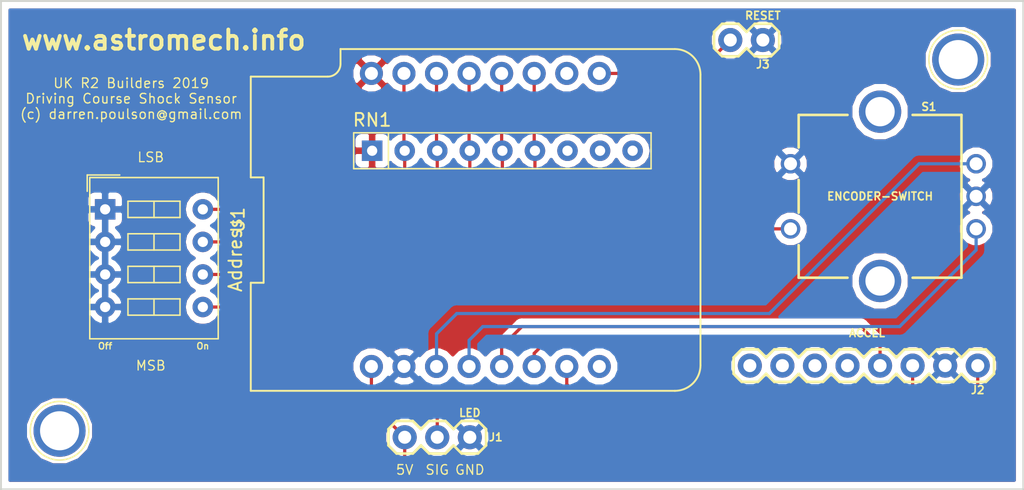
<source format=kicad_pcb>
(kicad_pcb (version 20171130) (host pcbnew 5.0.2-bee76a0~70~ubuntu18.04.1)

  (general
    (thickness 1.6)
    (drawings 13)
    (tracks 67)
    (zones 0)
    (modules 9)
    (nets 24)
  )

  (page A4)
  (layers
    (0 F.Cu signal)
    (31 B.Cu signal)
    (32 B.Adhes user)
    (33 F.Adhes user)
    (34 B.Paste user)
    (35 F.Paste user)
    (36 B.SilkS user)
    (37 F.SilkS user)
    (38 B.Mask user)
    (39 F.Mask user)
    (40 Dwgs.User user)
    (41 Cmts.User user)
    (42 Eco1.User user)
    (43 Eco2.User user)
    (44 Edge.Cuts user)
    (45 Margin user)
    (46 B.CrtYd user)
    (47 F.CrtYd user)
    (48 B.Fab user)
    (49 F.Fab user)
  )

  (setup
    (last_trace_width 0.25)
    (trace_clearance 0.2)
    (zone_clearance 0.508)
    (zone_45_only no)
    (trace_min 0.2)
    (segment_width 0.2)
    (edge_width 0.15)
    (via_size 0.8)
    (via_drill 0.4)
    (via_min_size 0.4)
    (via_min_drill 0.3)
    (uvia_size 0.3)
    (uvia_drill 0.1)
    (uvias_allowed no)
    (uvia_min_size 0.2)
    (uvia_min_drill 0.1)
    (pcb_text_width 0.3)
    (pcb_text_size 1.5 1.5)
    (mod_edge_width 0.15)
    (mod_text_size 1 1)
    (mod_text_width 0.15)
    (pad_size 1.524 1.524)
    (pad_drill 0.762)
    (pad_to_mask_clearance 0.051)
    (solder_mask_min_width 0.25)
    (aux_axis_origin 0 0)
    (visible_elements FFFFFF7F)
    (pcbplotparams
      (layerselection 0x010fc_ffffffff)
      (usegerberextensions false)
      (usegerberattributes false)
      (usegerberadvancedattributes false)
      (creategerberjobfile false)
      (excludeedgelayer true)
      (linewidth 0.100000)
      (plotframeref false)
      (viasonmask false)
      (mode 1)
      (useauxorigin false)
      (hpglpennumber 1)
      (hpglpenspeed 20)
      (hpglpendiameter 15.000000)
      (psnegative false)
      (psa4output false)
      (plotreference true)
      (plotvalue true)
      (plotinvisibletext false)
      (padsonsilk false)
      (subtractmaskfromsilk false)
      (outputformat 1)
      (mirror false)
      (drillshape 0)
      (scaleselection 1)
      (outputdirectory ""))
  )

  (net 0 "")
  (net 1 GND)
  (net 2 "Net-(J1-Pad2)")
  (net 3 +5V)
  (net 4 "Net-(J2-Pad3)")
  (net 5 "Net-(J2-Pad4)")
  (net 6 "Net-(J2-Pad5)")
  (net 7 "Net-(J2-Pad6)")
  (net 8 "Net-(J2-Pad7)")
  (net 9 "Net-(J2-Pad8)")
  (net 10 "Net-(J3-Pad2)")
  (net 11 "Net-(RN1-Pad9)")
  (net 12 "Net-(RN1-Pad8)")
  (net 13 "Net-(RN1-Pad7)")
  (net 14 "Net-(RN1-Pad6)")
  (net 15 "Net-(RN1-Pad5)")
  (net 16 "Net-(RN1-Pad4)")
  (net 17 "Net-(RN1-Pad3)")
  (net 18 "Net-(RN1-Pad2)")
  (net 19 +3V3)
  (net 20 "Net-(U1-Pad8)")
  (net 21 "Net-(S1-PadA)")
  (net 22 "Net-(S1-PadB)")
  (net 23 "Net-(U1-Pad10)")

  (net_class Default "This is the default net class."
    (clearance 0.2)
    (trace_width 0.25)
    (via_dia 0.8)
    (via_drill 0.4)
    (uvia_dia 0.3)
    (uvia_drill 0.1)
    (add_net +3V3)
    (add_net +5V)
    (add_net GND)
    (add_net "Net-(J1-Pad2)")
    (add_net "Net-(J2-Pad3)")
    (add_net "Net-(J2-Pad4)")
    (add_net "Net-(J2-Pad5)")
    (add_net "Net-(J2-Pad6)")
    (add_net "Net-(J2-Pad7)")
    (add_net "Net-(J2-Pad8)")
    (add_net "Net-(J3-Pad2)")
    (add_net "Net-(RN1-Pad2)")
    (add_net "Net-(RN1-Pad3)")
    (add_net "Net-(RN1-Pad4)")
    (add_net "Net-(RN1-Pad5)")
    (add_net "Net-(RN1-Pad6)")
    (add_net "Net-(RN1-Pad7)")
    (add_net "Net-(RN1-Pad8)")
    (add_net "Net-(RN1-Pad9)")
    (add_net "Net-(S1-PadA)")
    (add_net "Net-(S1-PadB)")
    (add_net "Net-(U1-Pad10)")
    (add_net "Net-(U1-Pad8)")
  )

  (module wemos-d1-mini:wemos-d1-mini-with-pin-header-and-connector (layer F.Cu) (tedit 58B56593) (tstamp 5D86704C)
    (at 140.913001 110.555025)
    (path /5D7EEB9E)
    (fp_text reference U1 (at -19.3 0 90) (layer F.SilkS)
      (effects (font (size 1 1) (thickness 0.15)))
    )
    (fp_text value WeMos_mini (at -13.405001 -7.939025) (layer F.Fab)
      (effects (font (size 1 1) (thickness 0.15)))
    )
    (fp_line (start -18.3 13.33) (end 14.78 13.33) (layer F.SilkS) (width 0.15))
    (fp_line (start 16.78 11.33) (end 16.78 -11.33) (layer F.SilkS) (width 0.15))
    (fp_line (start 14.78 -13.33) (end -11.3 -13.33) (layer F.SilkS) (width 0.15))
    (fp_line (start -18.3 -11.18) (end -18.3 -3.32) (layer F.SilkS) (width 0.15))
    (fp_line (start -18.3 -3.32) (end -17.3 -3.32) (layer F.SilkS) (width 0.15))
    (fp_line (start -17.3 -3.32) (end -17.3 4.9) (layer F.SilkS) (width 0.15))
    (fp_line (start -17.3 4.9) (end -18.3 4.9) (layer F.SilkS) (width 0.15))
    (fp_line (start -18.3 4.9) (end -18.3 13.329999) (layer F.SilkS) (width 0.15))
    (fp_line (start -11.48 -13.5) (end 14.85 -13.5) (layer F.CrtYd) (width 0.05))
    (fp_line (start 16.94 -11.5) (end 16.94 11.5) (layer F.CrtYd) (width 0.05))
    (fp_line (start 14.94 13.5) (end -18.46 13.5) (layer F.CrtYd) (width 0.05))
    (fp_line (start -18.46 13.5) (end -18.46 -11.33) (layer F.CrtYd) (width 0.05))
    (fp_arc (start 14.78 -11.33) (end 14.78 -13.33) (angle 90) (layer F.SilkS) (width 0.15))
    (fp_arc (start 14.78 11.33) (end 16.78 11.33) (angle 90) (layer F.SilkS) (width 0.15))
    (fp_arc (start 14.94 11.5) (end 16.94 11.5) (angle 90) (layer F.CrtYd) (width 0.05))
    (fp_arc (start 14.94 -11.5) (end 14.85 -13.5) (angle 92.57657183) (layer F.CrtYd) (width 0.05))
    (fp_line (start -18.3 -11.18) (end -12.3 -11.18) (layer F.SilkS) (width 0.15))
    (fp_arc (start -12.3 -12.18) (end -11.3 -12.18) (angle 90) (layer F.SilkS) (width 0.15))
    (fp_line (start -11.3 -12.17) (end -11.3 -13.33) (layer F.SilkS) (width 0.15))
    (fp_line (start -11.3 -13.33) (end -11.3 -13.33) (layer F.SilkS) (width 0.15))
    (fp_line (start -11.48 -13.5) (end -11.48 -12.33) (layer F.CrtYd) (width 0.05))
    (fp_line (start -18.46 -11.33) (end -12.48 -11.33) (layer F.CrtYd) (width 0.05))
    (fp_arc (start -12.48 -12.33) (end -11.48 -12.33) (angle 90) (layer F.CrtYd) (width 0.05))
    (pad 16 thru_hole circle (at -8.89 -11.43) (size 1.8 1.8) (drill 1.016) (layers *.Cu *.Mask)
      (net 19 +3V3))
    (pad 1 thru_hole circle (at -8.89 11.43) (size 1.8 1.8) (drill 1.016) (layers *.Cu *.Mask)
      (net 3 +5V))
    (pad 15 thru_hole circle (at -6.35 -11.43) (size 1.8 1.8) (drill 1.016) (layers *.Cu *.Mask)
      (net 18 "Net-(RN1-Pad2)"))
    (pad 2 thru_hole circle (at -6.35 11.43) (size 1.8 1.8) (drill 1.016) (layers *.Cu *.Mask)
      (net 1 GND))
    (pad 14 thru_hole circle (at -3.81 -11.43) (size 1.8 1.8) (drill 1.016) (layers *.Cu *.Mask)
      (net 17 "Net-(RN1-Pad3)"))
    (pad 3 thru_hole circle (at -3.81 11.43) (size 1.8 1.8) (drill 1.016) (layers *.Cu *.Mask)
      (net 22 "Net-(S1-PadB)"))
    (pad 13 thru_hole circle (at -1.27 -11.43) (size 1.8 1.8) (drill 1.016) (layers *.Cu *.Mask)
      (net 16 "Net-(RN1-Pad4)"))
    (pad 4 thru_hole circle (at -1.27 11.43) (size 1.8 1.8) (drill 1.016) (layers *.Cu *.Mask)
      (net 21 "Net-(S1-PadA)"))
    (pad 12 thru_hole circle (at 1.27 -11.43) (size 1.8 1.8) (drill 1.016) (layers *.Cu *.Mask)
      (net 15 "Net-(RN1-Pad5)"))
    (pad 5 thru_hole circle (at 1.27 11.43) (size 1.8 1.8) (drill 1.016) (layers *.Cu *.Mask)
      (net 5 "Net-(J2-Pad4)"))
    (pad 11 thru_hole circle (at 3.81 -11.43) (size 1.8 1.8) (drill 1.016) (layers *.Cu *.Mask)
      (net 14 "Net-(RN1-Pad6)"))
    (pad 6 thru_hole circle (at 3.81 11.43) (size 1.8 1.8) (drill 1.016) (layers *.Cu *.Mask)
      (net 4 "Net-(J2-Pad3)"))
    (pad 10 thru_hole circle (at 6.35 -11.43) (size 1.8 1.8) (drill 1.016) (layers *.Cu *.Mask)
      (net 23 "Net-(U1-Pad10)"))
    (pad 7 thru_hole circle (at 6.35 11.43) (size 1.8 1.8) (drill 1.016) (layers *.Cu *.Mask)
      (net 2 "Net-(J1-Pad2)"))
    (pad 9 thru_hole circle (at 8.89 -11.43) (size 1.8 1.8) (drill 1.016) (layers *.Cu *.Mask)
      (net 10 "Net-(J3-Pad2)"))
    (pad 8 thru_hole circle (at 8.89 11.43) (size 1.8 1.8) (drill 1.016) (layers *.Cu *.Mask)
      (net 20 "Net-(U1-Pad8)"))
    (model ${KIPRJMOD}/3dshapes/wemos_d1_mini.3dshapes/d1_mini_shield.wrl
      (offset (xyz -17.89999973116897 -12.79999980776329 8.39999987384466))
      (scale (xyz 0.3937 0.3937 0.3937))
      (rotate (xyz 0 180 90))
    )
    (model ${KIPRJMOD}/3dshapes/wemos_d1_mini.3dshapes/SLW-108-01-G-S.wrl
      (offset (xyz 0 -11.39999982878918 0))
      (scale (xyz 0.3937 0.3937 0.3937))
      (rotate (xyz -90 0 0))
    )
    (model ${KIPRJMOD}/3dshapes/wemos_d1_mini.3dshapes/SLW-108-01-G-S.wrl
      (offset (xyz 0 11.39999982878918 0))
      (scale (xyz 0.3937 0.3937 0.3937))
      (rotate (xyz -90 0 0))
    )
    (model ${KIPRJMOD}/3dshapes/wemos_d1_mini.3dshapes/TSW-108-05-G-S.wrl
      (offset (xyz 0 -11.39999982878918 7.299999890364999))
      (scale (xyz 0.3937 0.3937 0.3937))
      (rotate (xyz 90 0 0))
    )
    (model ${KIPRJMOD}/3dshapes/wemos_d1_mini.3dshapes/TSW-108-05-G-S.wrl
      (offset (xyz 0 11.39999982878918 7.299999890364999))
      (scale (xyz 0.3937 0.3937 0.3937))
      (rotate (xyz 90 0 0))
    )
  )

  (module Connectors2:1X03 (layer F.Cu) (tedit 200000) (tstamp 5D9070E7)
    (at 139.7 127.508 180)
    (descr "PLATED THROUGH HOLE - 3 PIN")
    (tags "PLATED THROUGH HOLE - 3 PIN")
    (path /5D7EF3CD)
    (attr virtual)
    (fp_text reference J1 (at -2.032 0 180) (layer F.SilkS)
      (effects (font (size 0.6096 0.6096) (thickness 0.127)))
    )
    (fp_text value LED (at 0 1.905 180) (layer F.SilkS)
      (effects (font (size 0.6096 0.6096) (thickness 0.127)))
    )
    (fp_line (start 4.826 0.254) (end 5.334 0.254) (layer Dwgs.User) (width 0.06604))
    (fp_line (start 5.334 0.254) (end 5.334 -0.254) (layer Dwgs.User) (width 0.06604))
    (fp_line (start 4.826 -0.254) (end 5.334 -0.254) (layer Dwgs.User) (width 0.06604))
    (fp_line (start 4.826 0.254) (end 4.826 -0.254) (layer Dwgs.User) (width 0.06604))
    (fp_line (start 2.286 0.254) (end 2.794 0.254) (layer Dwgs.User) (width 0.06604))
    (fp_line (start 2.794 0.254) (end 2.794 -0.254) (layer Dwgs.User) (width 0.06604))
    (fp_line (start 2.286 -0.254) (end 2.794 -0.254) (layer Dwgs.User) (width 0.06604))
    (fp_line (start 2.286 0.254) (end 2.286 -0.254) (layer Dwgs.User) (width 0.06604))
    (fp_line (start -0.254 0.254) (end 0.254 0.254) (layer Dwgs.User) (width 0.06604))
    (fp_line (start 0.254 0.254) (end 0.254 -0.254) (layer Dwgs.User) (width 0.06604))
    (fp_line (start -0.254 -0.254) (end 0.254 -0.254) (layer Dwgs.User) (width 0.06604))
    (fp_line (start -0.254 0.254) (end -0.254 -0.254) (layer Dwgs.User) (width 0.06604))
    (fp_line (start 3.81 -0.635) (end 4.445 -1.27) (layer F.SilkS) (width 0.2032))
    (fp_line (start 4.445 -1.27) (end 5.715 -1.27) (layer F.SilkS) (width 0.2032))
    (fp_line (start 5.715 -1.27) (end 6.35 -0.635) (layer F.SilkS) (width 0.2032))
    (fp_line (start 6.35 0.635) (end 5.715 1.27) (layer F.SilkS) (width 0.2032))
    (fp_line (start 5.715 1.27) (end 4.445 1.27) (layer F.SilkS) (width 0.2032))
    (fp_line (start 4.445 1.27) (end 3.81 0.635) (layer F.SilkS) (width 0.2032))
    (fp_line (start -0.635 -1.27) (end 0.635 -1.27) (layer F.SilkS) (width 0.2032))
    (fp_line (start 0.635 -1.27) (end 1.27 -0.635) (layer F.SilkS) (width 0.2032))
    (fp_line (start 1.27 0.635) (end 0.635 1.27) (layer F.SilkS) (width 0.2032))
    (fp_line (start 1.27 -0.635) (end 1.905 -1.27) (layer F.SilkS) (width 0.2032))
    (fp_line (start 1.905 -1.27) (end 3.175 -1.27) (layer F.SilkS) (width 0.2032))
    (fp_line (start 3.175 -1.27) (end 3.81 -0.635) (layer F.SilkS) (width 0.2032))
    (fp_line (start 3.81 0.635) (end 3.175 1.27) (layer F.SilkS) (width 0.2032))
    (fp_line (start 3.175 1.27) (end 1.905 1.27) (layer F.SilkS) (width 0.2032))
    (fp_line (start 1.905 1.27) (end 1.27 0.635) (layer F.SilkS) (width 0.2032))
    (fp_line (start -1.27 -0.635) (end -1.27 0.635) (layer F.SilkS) (width 0.2032))
    (fp_line (start -0.635 -1.27) (end -1.27 -0.635) (layer F.SilkS) (width 0.2032))
    (fp_line (start -1.27 0.635) (end -0.635 1.27) (layer F.SilkS) (width 0.2032))
    (fp_line (start 0.635 1.27) (end -0.635 1.27) (layer F.SilkS) (width 0.2032))
    (fp_line (start 6.35 -0.635) (end 6.35 0.635) (layer F.SilkS) (width 0.2032))
    (pad 1 thru_hole circle (at 0 0 180) (size 1.8796 1.8796) (drill 1.016) (layers *.Cu *.Mask)
      (net 1 GND) (solder_mask_margin 0.1016))
    (pad 2 thru_hole circle (at 2.54 0 180) (size 1.8796 1.8796) (drill 1.016) (layers *.Cu *.Mask)
      (net 2 "Net-(J1-Pad2)") (solder_mask_margin 0.1016))
    (pad 3 thru_hole circle (at 5.08 0 180) (size 1.8796 1.8796) (drill 1.016) (layers *.Cu *.Mask)
      (net 3 +5V) (solder_mask_margin 0.1016))
  )

  (module Connectors2:1X02 (layer F.Cu) (tedit 5963D0E5) (tstamp 5D866FAF)
    (at 162.56 96.52 180)
    (descr "PLATED THROUGH HOLE")
    (tags "PLATED THROUGH HOLE")
    (path /5D7EF1FC)
    (attr virtual)
    (fp_text reference J3 (at 0 -1.905 180) (layer F.SilkS)
      (effects (font (size 0.6096 0.6096) (thickness 0.127)))
    )
    (fp_text value RESET (at 0 1.905 180) (layer F.SilkS)
      (effects (font (size 0.6096 0.6096) (thickness 0.127)))
    )
    (fp_line (start -0.635 -1.27) (end 0.635 -1.27) (layer F.SilkS) (width 0.2032))
    (fp_line (start 0.635 -1.27) (end 1.27 -0.635) (layer F.SilkS) (width 0.2032))
    (fp_line (start 1.27 0.635) (end 0.635 1.27) (layer F.SilkS) (width 0.2032))
    (fp_line (start 1.27 -0.635) (end 1.905 -1.27) (layer F.SilkS) (width 0.2032))
    (fp_line (start 1.905 -1.27) (end 3.175 -1.27) (layer F.SilkS) (width 0.2032))
    (fp_line (start 3.175 -1.27) (end 3.81 -0.635) (layer F.SilkS) (width 0.2032))
    (fp_line (start 3.81 0.635) (end 3.175 1.27) (layer F.SilkS) (width 0.2032))
    (fp_line (start 3.175 1.27) (end 1.905 1.27) (layer F.SilkS) (width 0.2032))
    (fp_line (start 1.905 1.27) (end 1.27 0.635) (layer F.SilkS) (width 0.2032))
    (fp_line (start -1.27 -0.635) (end -1.27 0.635) (layer F.SilkS) (width 0.2032))
    (fp_line (start -0.635 -1.27) (end -1.27 -0.635) (layer F.SilkS) (width 0.2032))
    (fp_line (start -1.27 0.635) (end -0.635 1.27) (layer F.SilkS) (width 0.2032))
    (fp_line (start 0.635 1.27) (end -0.635 1.27) (layer F.SilkS) (width 0.2032))
    (fp_line (start 3.81 -0.635) (end 3.81 0.635) (layer F.SilkS) (width 0.2032))
    (pad 1 thru_hole circle (at 0 0 180) (size 1.8796 1.8796) (drill 1.016) (layers *.Cu *.Mask)
      (net 1 GND) (solder_mask_margin 0.1016))
    (pad 2 thru_hole circle (at 2.54 0 180) (size 1.8796 1.8796) (drill 1.016) (layers *.Cu *.Mask)
      (net 10 "Net-(J3-Pad2)") (solder_mask_margin 0.1016))
  )

  (module Resistors_THT:R_Array_SIP9 (layer F.Cu) (tedit 57FA3974) (tstamp 5D866FCA)
    (at 132.08 105.156)
    (descr "9-pin Resistor SIP pack")
    (tags R)
    (path /5D7F8D7E)
    (fp_text reference RN1 (at 0 -2.4) (layer F.SilkS)
      (effects (font (size 1 1) (thickness 0.15)))
    )
    (fp_text value R_Network08 (at 10.16 2.4) (layer F.Fab)
      (effects (font (size 1 1) (thickness 0.15)))
    )
    (fp_line (start 22.05 -1.65) (end -1.7 -1.65) (layer F.CrtYd) (width 0.05))
    (fp_line (start 22.05 1.65) (end 22.05 -1.65) (layer F.CrtYd) (width 0.05))
    (fp_line (start -1.7 1.65) (end 22.05 1.65) (layer F.CrtYd) (width 0.05))
    (fp_line (start -1.7 -1.65) (end -1.7 1.65) (layer F.CrtYd) (width 0.05))
    (fp_line (start 1.27 -1.4) (end 1.27 1.4) (layer F.SilkS) (width 0.12))
    (fp_line (start 21.76 -1.4) (end -1.44 -1.4) (layer F.SilkS) (width 0.12))
    (fp_line (start 21.76 1.4) (end 21.76 -1.4) (layer F.SilkS) (width 0.12))
    (fp_line (start -1.44 1.4) (end 21.76 1.4) (layer F.SilkS) (width 0.12))
    (fp_line (start -1.44 -1.4) (end -1.44 1.4) (layer F.SilkS) (width 0.12))
    (fp_line (start 1.27 -1.25) (end 1.27 1.25) (layer F.Fab) (width 0.1))
    (fp_line (start 21.61 -1.25) (end -1.29 -1.25) (layer F.Fab) (width 0.1))
    (fp_line (start 21.61 1.25) (end 21.61 -1.25) (layer F.Fab) (width 0.1))
    (fp_line (start -1.29 1.25) (end 21.61 1.25) (layer F.Fab) (width 0.1))
    (fp_line (start -1.29 -1.25) (end -1.29 1.25) (layer F.Fab) (width 0.1))
    (pad 9 thru_hole oval (at 20.32 0) (size 1.6 1.6) (drill 0.8) (layers *.Cu *.Mask)
      (net 11 "Net-(RN1-Pad9)"))
    (pad 8 thru_hole oval (at 17.78 0) (size 1.6 1.6) (drill 0.8) (layers *.Cu *.Mask)
      (net 12 "Net-(RN1-Pad8)"))
    (pad 7 thru_hole oval (at 15.24 0) (size 1.6 1.6) (drill 0.8) (layers *.Cu *.Mask)
      (net 13 "Net-(RN1-Pad7)"))
    (pad 6 thru_hole oval (at 12.7 0) (size 1.6 1.6) (drill 0.8) (layers *.Cu *.Mask)
      (net 14 "Net-(RN1-Pad6)"))
    (pad 5 thru_hole oval (at 10.16 0) (size 1.6 1.6) (drill 0.8) (layers *.Cu *.Mask)
      (net 15 "Net-(RN1-Pad5)"))
    (pad 4 thru_hole oval (at 7.62 0) (size 1.6 1.6) (drill 0.8) (layers *.Cu *.Mask)
      (net 16 "Net-(RN1-Pad4)"))
    (pad 3 thru_hole oval (at 5.08 0) (size 1.6 1.6) (drill 0.8) (layers *.Cu *.Mask)
      (net 17 "Net-(RN1-Pad3)"))
    (pad 2 thru_hole oval (at 2.54 0) (size 1.6 1.6) (drill 0.8) (layers *.Cu *.Mask)
      (net 18 "Net-(RN1-Pad2)"))
    (pad 1 thru_hole rect (at 0 0) (size 1.6 1.6) (drill 0.8) (layers *.Cu *.Mask)
      (net 19 +3V3))
    (model ${KISYS3DMOD}/Resistors_THT.3dshapes/R_Array_SIP9.wrl
      (at (xyz 0 0 0))
      (scale (xyz 0.39 0.39 0.39))
      (rotate (xyz 0 0 0))
    )
  )

  (module Buttons_Switches_THT:SW_DIP_x4_W7.62mm_Slide (layer F.Cu) (tedit 5D84D6FB) (tstamp 5D867021)
    (at 111.252 109.728)
    (descr "4x-dip-switch, Slide, row spacing 7.62 mm (300 mils)")
    (tags "DIP Switch Slide 7.62mm 300mil")
    (path /5D7EEC5C)
    (fp_text reference Address (at 10.16 3.556 90) (layer F.SilkS)
      (effects (font (size 1 1) (thickness 0.15)))
    )
    (fp_text value ADDRESS (at 3.81 11.1) (layer F.Fab)
      (effects (font (size 1 1) (thickness 0.15)))
    )
    (fp_line (start 9 -2.7) (end -1.4 -2.7) (layer F.CrtYd) (width 0.05))
    (fp_line (start 9 10.3) (end 9 -2.7) (layer F.CrtYd) (width 0.05))
    (fp_line (start -1.4 10.3) (end 9 10.3) (layer F.CrtYd) (width 0.05))
    (fp_line (start -1.4 -2.7) (end -1.4 10.3) (layer F.CrtYd) (width 0.05))
    (fp_line (start 3.81 6.985) (end 3.81 8.255) (layer F.SilkS) (width 0.12))
    (fp_line (start 5.84 6.985) (end 1.78 6.985) (layer F.SilkS) (width 0.12))
    (fp_line (start 5.84 8.255) (end 5.84 6.985) (layer F.SilkS) (width 0.12))
    (fp_line (start 1.78 8.255) (end 5.84 8.255) (layer F.SilkS) (width 0.12))
    (fp_line (start 1.78 6.985) (end 1.78 8.255) (layer F.SilkS) (width 0.12))
    (fp_line (start 3.81 4.445) (end 3.81 5.715) (layer F.SilkS) (width 0.12))
    (fp_line (start 5.84 4.445) (end 1.78 4.445) (layer F.SilkS) (width 0.12))
    (fp_line (start 5.84 5.715) (end 5.84 4.445) (layer F.SilkS) (width 0.12))
    (fp_line (start 1.78 5.715) (end 5.84 5.715) (layer F.SilkS) (width 0.12))
    (fp_line (start 1.78 4.445) (end 1.78 5.715) (layer F.SilkS) (width 0.12))
    (fp_line (start 3.81 1.905) (end 3.81 3.175) (layer F.SilkS) (width 0.12))
    (fp_line (start 5.84 1.905) (end 1.78 1.905) (layer F.SilkS) (width 0.12))
    (fp_line (start 5.84 3.175) (end 5.84 1.905) (layer F.SilkS) (width 0.12))
    (fp_line (start 1.78 3.175) (end 5.84 3.175) (layer F.SilkS) (width 0.12))
    (fp_line (start 1.78 1.905) (end 1.78 3.175) (layer F.SilkS) (width 0.12))
    (fp_line (start 3.81 -0.635) (end 3.81 0.635) (layer F.SilkS) (width 0.12))
    (fp_line (start 5.84 -0.635) (end 1.78 -0.635) (layer F.SilkS) (width 0.12))
    (fp_line (start 5.84 0.635) (end 5.84 -0.635) (layer F.SilkS) (width 0.12))
    (fp_line (start 1.78 0.635) (end 5.84 0.635) (layer F.SilkS) (width 0.12))
    (fp_line (start 1.78 -0.635) (end 1.78 0.635) (layer F.SilkS) (width 0.12))
    (fp_line (start -1.2 10.1) (end -1.2 -2.48) (layer F.SilkS) (width 0.12))
    (fp_line (start 8.82 10.1) (end -1.2 10.1) (layer F.SilkS) (width 0.12))
    (fp_line (start 8.82 -2.48) (end 8.82 10.1) (layer F.SilkS) (width 0.12))
    (fp_line (start -1.2 -2.48) (end 8.82 -2.48) (layer F.SilkS) (width 0.12))
    (fp_line (start 3.81 6.985) (end 3.81 8.255) (layer F.Fab) (width 0.1))
    (fp_line (start 5.84 6.985) (end 1.78 6.985) (layer F.Fab) (width 0.1))
    (fp_line (start 5.84 8.255) (end 5.84 6.985) (layer F.Fab) (width 0.1))
    (fp_line (start 1.78 8.255) (end 5.84 8.255) (layer F.Fab) (width 0.1))
    (fp_line (start 1.78 6.985) (end 1.78 8.255) (layer F.Fab) (width 0.1))
    (fp_line (start 3.81 4.445) (end 3.81 5.715) (layer F.Fab) (width 0.1))
    (fp_line (start 5.84 4.445) (end 1.78 4.445) (layer F.Fab) (width 0.1))
    (fp_line (start 5.84 5.715) (end 5.84 4.445) (layer F.Fab) (width 0.1))
    (fp_line (start 1.78 5.715) (end 5.84 5.715) (layer F.Fab) (width 0.1))
    (fp_line (start 1.78 4.445) (end 1.78 5.715) (layer F.Fab) (width 0.1))
    (fp_line (start 3.81 1.905) (end 3.81 3.175) (layer F.Fab) (width 0.1))
    (fp_line (start 5.84 1.905) (end 1.78 1.905) (layer F.Fab) (width 0.1))
    (fp_line (start 5.84 3.175) (end 5.84 1.905) (layer F.Fab) (width 0.1))
    (fp_line (start 1.78 3.175) (end 5.84 3.175) (layer F.Fab) (width 0.1))
    (fp_line (start 1.78 1.905) (end 1.78 3.175) (layer F.Fab) (width 0.1))
    (fp_line (start 3.81 -0.635) (end 3.81 0.635) (layer F.Fab) (width 0.1))
    (fp_line (start 5.84 -0.635) (end 1.78 -0.635) (layer F.Fab) (width 0.1))
    (fp_line (start 5.84 0.635) (end 5.84 -0.635) (layer F.Fab) (width 0.1))
    (fp_line (start 1.78 0.635) (end 5.84 0.635) (layer F.Fab) (width 0.1))
    (fp_line (start 1.78 -0.635) (end 1.78 0.635) (layer F.Fab) (width 0.1))
    (fp_line (start -1.08 -1.36) (end -0.08 -2.36) (layer F.Fab) (width 0.1))
    (fp_line (start -1.08 9.98) (end -1.08 -1.36) (layer F.Fab) (width 0.1))
    (fp_line (start 8.7 9.98) (end -1.08 9.98) (layer F.Fab) (width 0.1))
    (fp_line (start 8.7 -2.36) (end 8.7 9.98) (layer F.Fab) (width 0.1))
    (fp_line (start -0.08 -2.36) (end 8.7 -2.36) (layer F.Fab) (width 0.1))
    (fp_line (start -1.4 -2.68) (end 1.14 -2.68) (layer F.SilkS) (width 0.12))
    (fp_line (start -1.4 -2.68) (end -1.4 -1.41) (layer F.SilkS) (width 0.12))
    (fp_text user %R (at 3.81 3.81) (layer F.Fab)
      (effects (font (size 1 1) (thickness 0.15)))
    )
    (pad 8 thru_hole oval (at 7.62 0) (size 1.6 1.6) (drill 0.8) (layers *.Cu *.Mask)
      (net 18 "Net-(RN1-Pad2)"))
    (pad 4 thru_hole oval (at 0 7.62) (size 1.6 1.6) (drill 0.8) (layers *.Cu *.Mask)
      (net 1 GND))
    (pad 7 thru_hole oval (at 7.62 2.54) (size 1.6 1.6) (drill 0.8) (layers *.Cu *.Mask)
      (net 17 "Net-(RN1-Pad3)"))
    (pad 3 thru_hole oval (at 0 5.08) (size 1.6 1.6) (drill 0.8) (layers *.Cu *.Mask)
      (net 1 GND))
    (pad 6 thru_hole oval (at 7.62 5.08) (size 1.6 1.6) (drill 0.8) (layers *.Cu *.Mask)
      (net 16 "Net-(RN1-Pad4)"))
    (pad 2 thru_hole oval (at 0 2.54) (size 1.6 1.6) (drill 0.8) (layers *.Cu *.Mask)
      (net 1 GND))
    (pad 5 thru_hole oval (at 7.62 7.62) (size 1.6 1.6) (drill 0.8) (layers *.Cu *.Mask)
      (net 15 "Net-(RN1-Pad5)"))
    (pad 1 thru_hole rect (at 0 0) (size 1.6 1.6) (drill 0.8) (layers *.Cu *.Mask)
      (net 1 GND))
    (model ${KISYS3DMOD}/Buttons_Switches_THT.3dshapes/SW_DIP_x4_W7.62mm_Slide.wrl
      (at (xyz 0 0 0))
      (scale (xyz 1 1 1))
      (rotate (xyz 0 0 90))
    )
  )

  (module Switches:ROTARY_ENC_PLAIN (layer F.Cu) (tedit 200000) (tstamp 5D8B6F17)
    (at 171.704 108.712)
    (descr "ROTARY ENCODER W/ SELECT SWITCH")
    (tags "ROTARY ENCODER W/ SELECT SWITCH")
    (path /5D81BB4B)
    (attr virtual)
    (fp_text reference S1 (at 3.81 -6.985) (layer F.SilkS)
      (effects (font (size 0.6096 0.6096) (thickness 0.127)))
    )
    (fp_text value ENCODER-SWITCH (at 0 0) (layer F.SilkS)
      (effects (font (size 0.6096 0.6096) (thickness 0.127)))
    )
    (fp_line (start -6.35 -6.35) (end -2.54 -6.35) (layer F.SilkS) (width 0.2032))
    (fp_line (start 2.54 -6.35) (end 6.35 -6.35) (layer F.SilkS) (width 0.2032))
    (fp_line (start 6.35 -6.35) (end 6.35 6.35) (layer F.SilkS) (width 0.2032))
    (fp_line (start 6.35 6.35) (end 2.54 6.35) (layer F.SilkS) (width 0.2032))
    (fp_line (start -2.54 6.35) (end -6.35 6.35) (layer F.SilkS) (width 0.2032))
    (fp_line (start -6.35 6.35) (end -6.35 3.81) (layer F.SilkS) (width 0.2032))
    (fp_line (start -6.35 -6.35) (end -6.35 -3.81) (layer F.SilkS) (width 0.2032))
    (fp_line (start -6.35 -1.27) (end -6.35 1.27) (layer F.SilkS) (width 0.2032))
    (pad A thru_hole circle (at 7.493 2.54) (size 1.524 1.524) (drill 1.016) (layers *.Cu *.Mask)
      (net 21 "Net-(S1-PadA)") (solder_mask_margin 0.1016))
    (pad B thru_hole circle (at 7.493 -2.54) (size 1.524 1.524) (drill 1.016) (layers *.Cu *.Mask)
      (net 22 "Net-(S1-PadB)") (solder_mask_margin 0.1016))
    (pad C thru_hole circle (at 7.493 0) (size 1.524 1.524) (drill 1.016) (layers *.Cu *.Mask)
      (net 1 GND) (solder_mask_margin 0.1016))
    (pad P$3 thru_hole circle (at 0 -6.604) (size 3.302 3.302) (drill 2.286) (layers *.Cu *.Mask)
      (solder_mask_margin 0.1016))
    (pad P$4 thru_hole circle (at 0 6.604) (size 3.302 3.302) (drill 2.286) (layers *.Cu *.Mask)
      (solder_mask_margin 0.1016))
    (pad SW+ thru_hole circle (at -6.985 -2.54) (size 1.524 1.524) (drill 1.016) (layers *.Cu *.Mask)
      (net 1 GND) (solder_mask_margin 0.1016))
    (pad SW- thru_hole circle (at -6.985 2.54) (size 1.524 1.524) (drill 1.016) (layers *.Cu *.Mask)
      (net 14 "Net-(RN1-Pad6)") (solder_mask_margin 0.1016))
  )

  (module Connectors2:1X08 (layer F.Cu) (tedit 5963D6A3) (tstamp 5D907125)
    (at 179.324 121.92 180)
    (descr "PLATED THROUGH HOLE -8 PIN")
    (tags "PLATED THROUGH HOLE -8 PIN")
    (path /5D7EF79D)
    (attr virtual)
    (fp_text reference J2 (at 0 -1.905 180) (layer F.SilkS)
      (effects (font (size 0.6096 0.6096) (thickness 0.127)))
    )
    (fp_text value ACCEL (at 8.636 2.54 180) (layer F.SilkS)
      (effects (font (size 0.6096 0.6096) (thickness 0.127)))
    )
    (fp_line (start 14.605 -1.27) (end 15.875 -1.27) (layer F.SilkS) (width 0.2032))
    (fp_line (start 15.875 -1.27) (end 16.51 -0.635) (layer F.SilkS) (width 0.2032))
    (fp_line (start 16.51 0.635) (end 15.875 1.27) (layer F.SilkS) (width 0.2032))
    (fp_line (start 11.43 -0.635) (end 12.065 -1.27) (layer F.SilkS) (width 0.2032))
    (fp_line (start 12.065 -1.27) (end 13.335 -1.27) (layer F.SilkS) (width 0.2032))
    (fp_line (start 13.335 -1.27) (end 13.97 -0.635) (layer F.SilkS) (width 0.2032))
    (fp_line (start 13.97 0.635) (end 13.335 1.27) (layer F.SilkS) (width 0.2032))
    (fp_line (start 13.335 1.27) (end 12.065 1.27) (layer F.SilkS) (width 0.2032))
    (fp_line (start 12.065 1.27) (end 11.43 0.635) (layer F.SilkS) (width 0.2032))
    (fp_line (start 14.605 -1.27) (end 13.97 -0.635) (layer F.SilkS) (width 0.2032))
    (fp_line (start 13.97 0.635) (end 14.605 1.27) (layer F.SilkS) (width 0.2032))
    (fp_line (start 15.875 1.27) (end 14.605 1.27) (layer F.SilkS) (width 0.2032))
    (fp_line (start 6.985 -1.27) (end 8.255 -1.27) (layer F.SilkS) (width 0.2032))
    (fp_line (start 8.255 -1.27) (end 8.89 -0.635) (layer F.SilkS) (width 0.2032))
    (fp_line (start 8.89 0.635) (end 8.255 1.27) (layer F.SilkS) (width 0.2032))
    (fp_line (start 8.89 -0.635) (end 9.525 -1.27) (layer F.SilkS) (width 0.2032))
    (fp_line (start 9.525 -1.27) (end 10.795 -1.27) (layer F.SilkS) (width 0.2032))
    (fp_line (start 10.795 -1.27) (end 11.43 -0.635) (layer F.SilkS) (width 0.2032))
    (fp_line (start 11.43 0.635) (end 10.795 1.27) (layer F.SilkS) (width 0.2032))
    (fp_line (start 10.795 1.27) (end 9.525 1.27) (layer F.SilkS) (width 0.2032))
    (fp_line (start 9.525 1.27) (end 8.89 0.635) (layer F.SilkS) (width 0.2032))
    (fp_line (start 3.81 -0.635) (end 4.445 -1.27) (layer F.SilkS) (width 0.2032))
    (fp_line (start 4.445 -1.27) (end 5.715 -1.27) (layer F.SilkS) (width 0.2032))
    (fp_line (start 5.715 -1.27) (end 6.35 -0.635) (layer F.SilkS) (width 0.2032))
    (fp_line (start 6.35 0.635) (end 5.715 1.27) (layer F.SilkS) (width 0.2032))
    (fp_line (start 5.715 1.27) (end 4.445 1.27) (layer F.SilkS) (width 0.2032))
    (fp_line (start 4.445 1.27) (end 3.81 0.635) (layer F.SilkS) (width 0.2032))
    (fp_line (start 6.985 -1.27) (end 6.35 -0.635) (layer F.SilkS) (width 0.2032))
    (fp_line (start 6.35 0.635) (end 6.985 1.27) (layer F.SilkS) (width 0.2032))
    (fp_line (start 8.255 1.27) (end 6.985 1.27) (layer F.SilkS) (width 0.2032))
    (fp_line (start -0.635 -1.27) (end 0.635 -1.27) (layer F.SilkS) (width 0.2032))
    (fp_line (start 0.635 -1.27) (end 1.27 -0.635) (layer F.SilkS) (width 0.2032))
    (fp_line (start 1.27 0.635) (end 0.635 1.27) (layer F.SilkS) (width 0.2032))
    (fp_line (start 1.27 -0.635) (end 1.905 -1.27) (layer F.SilkS) (width 0.2032))
    (fp_line (start 1.905 -1.27) (end 3.175 -1.27) (layer F.SilkS) (width 0.2032))
    (fp_line (start 3.175 -1.27) (end 3.81 -0.635) (layer F.SilkS) (width 0.2032))
    (fp_line (start 3.81 0.635) (end 3.175 1.27) (layer F.SilkS) (width 0.2032))
    (fp_line (start 3.175 1.27) (end 1.905 1.27) (layer F.SilkS) (width 0.2032))
    (fp_line (start 1.905 1.27) (end 1.27 0.635) (layer F.SilkS) (width 0.2032))
    (fp_line (start -1.27 -0.635) (end -1.27 0.635) (layer F.SilkS) (width 0.2032))
    (fp_line (start -0.635 -1.27) (end -1.27 -0.635) (layer F.SilkS) (width 0.2032))
    (fp_line (start -1.27 0.635) (end -0.635 1.27) (layer F.SilkS) (width 0.2032))
    (fp_line (start 0.635 1.27) (end -0.635 1.27) (layer F.SilkS) (width 0.2032))
    (fp_line (start 17.145 -1.27) (end 18.415 -1.27) (layer F.SilkS) (width 0.2032))
    (fp_line (start 18.415 -1.27) (end 19.05 -0.635) (layer F.SilkS) (width 0.2032))
    (fp_line (start 19.05 -0.635) (end 19.05 0.635) (layer F.SilkS) (width 0.2032))
    (fp_line (start 19.05 0.635) (end 18.415 1.27) (layer F.SilkS) (width 0.2032))
    (fp_line (start 17.145 -1.27) (end 16.51 -0.635) (layer F.SilkS) (width 0.2032))
    (fp_line (start 16.51 0.635) (end 17.145 1.27) (layer F.SilkS) (width 0.2032))
    (fp_line (start 18.415 1.27) (end 17.145 1.27) (layer F.SilkS) (width 0.2032))
    (pad 1 thru_hole circle (at 0 0 180) (size 1.8796 1.8796) (drill 1.016) (layers *.Cu *.Mask)
      (net 3 +5V) (solder_mask_margin 0.1016))
    (pad 2 thru_hole circle (at 2.54 0 180) (size 1.8796 1.8796) (drill 1.016) (layers *.Cu *.Mask)
      (net 1 GND) (solder_mask_margin 0.1016))
    (pad 3 thru_hole circle (at 5.08 0 180) (size 1.8796 1.8796) (drill 1.016) (layers *.Cu *.Mask)
      (net 4 "Net-(J2-Pad3)") (solder_mask_margin 0.1016))
    (pad 4 thru_hole circle (at 7.62 0 180) (size 1.8796 1.8796) (drill 1.016) (layers *.Cu *.Mask)
      (net 5 "Net-(J2-Pad4)") (solder_mask_margin 0.1016))
    (pad 5 thru_hole circle (at 10.16 0 180) (size 1.8796 1.8796) (drill 1.016) (layers *.Cu *.Mask)
      (net 6 "Net-(J2-Pad5)") (solder_mask_margin 0.1016))
    (pad 6 thru_hole circle (at 12.7 0 180) (size 1.8796 1.8796) (drill 1.016) (layers *.Cu *.Mask)
      (net 7 "Net-(J2-Pad6)") (solder_mask_margin 0.1016))
    (pad 7 thru_hole circle (at 15.24 0 180) (size 1.8796 1.8796) (drill 1.016) (layers *.Cu *.Mask)
      (net 8 "Net-(J2-Pad7)") (solder_mask_margin 0.1016))
    (pad 8 thru_hole circle (at 17.78 0 180) (size 1.8796 1.8796) (drill 1.016) (layers *.Cu *.Mask)
      (net 9 "Net-(J2-Pad8)") (solder_mask_margin 0.1016))
  )

  (module Connectors:1pin (layer F.Cu) (tedit 5D84D5C9) (tstamp 5D8C454D)
    (at 107.696 127)
    (descr "module 1 pin (ou trou mecanique de percage)")
    (tags DEV)
    (fp_text reference REF** (at 0 -3.048) (layer F.SilkS) hide
      (effects (font (size 1 1) (thickness 0.15)))
    )
    (fp_text value 1pin (at 0 3) (layer F.Fab)
      (effects (font (size 1 1) (thickness 0.15)))
    )
    (fp_circle (center 0 0) (end 2 0.8) (layer F.Fab) (width 0.1))
    (fp_circle (center 0 0) (end 2.6 0) (layer F.CrtYd) (width 0.05))
    (fp_circle (center 0 0) (end 0 -2.286) (layer F.SilkS) (width 0.12))
    (pad 1 thru_hole circle (at 0 0) (size 4.064 4.064) (drill 3.048) (layers *.Cu *.Mask))
  )

  (module Connectors:1pin (layer F.Cu) (tedit 5D84D5D1) (tstamp 5D8C4552)
    (at 177.8 98.044)
    (descr "module 1 pin (ou trou mecanique de percage)")
    (tags DEV)
    (fp_text reference REF** (at 0 -3.048) (layer F.SilkS) hide
      (effects (font (size 1 1) (thickness 0.15)))
    )
    (fp_text value 1pin (at 0 3) (layer F.Fab)
      (effects (font (size 1 1) (thickness 0.15)))
    )
    (fp_circle (center 0 0) (end 2 0.8) (layer F.Fab) (width 0.1))
    (fp_circle (center 0 0) (end 2.6 0) (layer F.CrtYd) (width 0.05))
    (fp_circle (center 0 0) (end 0 -2.286) (layer F.SilkS) (width 0.12))
    (pad 1 thru_hole circle (at 0 0) (size 4.064 4.064) (drill 3.048) (layers *.Cu *.Mask))
  )

  (gr_line (start 103.124 131.572) (end 103.124 93.472) (layer Edge.Cuts) (width 0.15))
  (gr_line (start 182.88 131.572) (end 103.124 131.572) (layer Edge.Cuts) (width 0.15))
  (gr_line (start 182.88 93.472) (end 182.88 131.572) (layer Edge.Cuts) (width 0.15))
  (gr_line (start 103.124 93.472) (end 182.88 93.472) (layer Edge.Cuts) (width 0.15))
  (gr_text Off (at 111.252 120.396) (layer F.SilkS) (tstamp 5D8C4904)
    (effects (font (size 0.5 0.5) (thickness 0.1)))
  )
  (gr_text On (at 118.872 120.396) (layer F.SilkS)
    (effects (font (size 0.5 0.5) (thickness 0.1)))
  )
  (gr_text MSB (at 114.808 121.92) (layer F.SilkS) (tstamp 5D8C4904)
    (effects (font (size 0.75 0.75) (thickness 0.1)))
  )
  (gr_text LSB (at 114.808 105.664) (layer F.SilkS) (tstamp 5D8C4904)
    (effects (font (size 0.75 0.75) (thickness 0.1)))
  )
  (gr_text GND (at 139.7 130.048) (layer F.SilkS) (tstamp 5D8C4904)
    (effects (font (size 0.75 0.75) (thickness 0.1)))
  )
  (gr_text SIG (at 137.16 130.048) (layer F.SilkS) (tstamp 5D8C4904)
    (effects (font (size 0.75 0.75) (thickness 0.1)))
  )
  (gr_text 5V (at 134.62 130.048) (layer F.SilkS)
    (effects (font (size 0.75 0.75) (thickness 0.1)))
  )
  (gr_text www.astromech.info (at 115.824 96.52) (layer F.SilkS)
    (effects (font (size 1.5 1.5) (thickness 0.3)))
  )
  (gr_text "UK R2 Builders 2019\nDriving Course Shock Sensor\n(c) darren.poulson@gmail.com" (at 113.284 101.092) (layer F.SilkS)
    (effects (font (size 0.75 0.75) (thickness 0.1)))
  )

  (segment (start 137.103001 127.451001) (end 137.16 127.508) (width 0.25) (layer F.Cu) (net 2))
  (segment (start 137.16 127.508) (end 137.16 125.984) (width 0.25) (layer F.Cu) (net 2))
  (segment (start 137.16 125.984) (end 138.176 124.968) (width 0.25) (layer F.Cu) (net 2))
  (segment (start 138.176 124.968) (end 145.796 124.968) (width 0.25) (layer F.Cu) (net 2))
  (segment (start 145.796 124.968) (end 147.32 123.444) (width 0.25) (layer F.Cu) (net 2))
  (segment (start 147.32 123.444) (end 147.263001 123.387001) (width 0.25) (layer F.Cu) (net 2))
  (segment (start 147.263001 123.387001) (end 147.263001 121.985025) (width 0.25) (layer F.Cu) (net 2))
  (segment (start 132.023001 124.911001) (end 132.023001 121.985025) (width 0.25) (layer F.Cu) (net 3))
  (segment (start 134.62 127.508) (end 132.023001 124.911001) (width 0.25) (layer F.Cu) (net 3))
  (segment (start 174.752 129.54) (end 179.324 124.968) (width 0.25) (layer F.Cu) (net 3))
  (segment (start 135.128 129.54) (end 174.752 129.54) (width 0.25) (layer F.Cu) (net 3))
  (segment (start 179.324 124.968) (end 179.324 121.92) (width 0.25) (layer F.Cu) (net 3))
  (segment (start 134.62 127.508) (end 134.62 129.032) (width 0.25) (layer F.Cu) (net 3))
  (segment (start 134.62 129.032) (end 135.128 129.54) (width 0.25) (layer F.Cu) (net 3))
  (segment (start 144.723001 120.960999) (end 144.723001 121.985025) (width 0.25) (layer F.Cu) (net 4))
  (segment (start 174.244 123.444) (end 173.228 124.46) (width 0.25) (layer F.Cu) (net 4))
  (segment (start 174.244 121.92) (end 174.244 123.444) (width 0.25) (layer F.Cu) (net 4))
  (segment (start 173.228 124.46) (end 155.956 124.46) (width 0.25) (layer F.Cu) (net 4))
  (segment (start 155.956 124.46) (end 151.384 119.888) (width 0.25) (layer F.Cu) (net 4))
  (segment (start 151.384 119.888) (end 145.796 119.888) (width 0.25) (layer F.Cu) (net 4))
  (segment (start 145.796 119.888) (end 144.723001 120.960999) (width 0.25) (layer F.Cu) (net 4))
  (segment (start 142.183001 121.985025) (end 142.183001 120.960999) (width 0.25) (layer F.Cu) (net 5))
  (segment (start 142.183001 120.452999) (end 142.183001 121.985025) (width 0.25) (layer F.Cu) (net 5))
  (segment (start 143.764 118.872) (end 142.183001 120.452999) (width 0.25) (layer F.Cu) (net 5))
  (segment (start 170.18 118.872) (end 143.764 118.872) (width 0.25) (layer F.Cu) (net 5))
  (segment (start 171.704 121.92) (end 171.704 120.396) (width 0.25) (layer F.Cu) (net 5))
  (segment (start 171.704 120.396) (end 170.18 118.872) (width 0.25) (layer F.Cu) (net 5))
  (segment (start 157.414975 99.125025) (end 160.02 96.52) (width 0.25) (layer F.Cu) (net 10))
  (segment (start 149.803001 99.125025) (end 157.414975 99.125025) (width 0.25) (layer F.Cu) (net 10))
  (segment (start 144.723001 105.099001) (end 144.78 105.156) (width 0.25) (layer F.Cu) (net 14))
  (segment (start 144.723001 99.125025) (end 144.723001 105.099001) (width 0.25) (layer F.Cu) (net 14))
  (segment (start 164.719 111.252) (end 147.32 111.252) (width 0.25) (layer F.Cu) (net 14))
  (segment (start 144.78 108.712) (end 144.78 105.156) (width 0.25) (layer F.Cu) (net 14))
  (segment (start 147.32 111.252) (end 144.78 108.712) (width 0.25) (layer F.Cu) (net 14))
  (segment (start 142.183001 105.099001) (end 142.24 105.156) (width 0.25) (layer F.Cu) (net 15))
  (segment (start 142.183001 99.125025) (end 142.183001 105.099001) (width 0.25) (layer F.Cu) (net 15))
  (segment (start 118.872 117.348) (end 132.08 117.348) (width 0.25) (layer F.Cu) (net 15))
  (segment (start 142.24 107.188) (end 142.24 105.156) (width 0.25) (layer F.Cu) (net 15))
  (segment (start 132.08 117.348) (end 142.24 107.188) (width 0.25) (layer F.Cu) (net 15))
  (segment (start 139.643001 105.099001) (end 139.7 105.156) (width 0.25) (layer F.Cu) (net 16))
  (segment (start 139.643001 99.125025) (end 139.643001 105.099001) (width 0.25) (layer F.Cu) (net 16))
  (segment (start 118.872 114.808) (end 132.08 114.808) (width 0.25) (layer F.Cu) (net 16))
  (segment (start 132.08 114.808) (end 139.7 107.188) (width 0.25) (layer F.Cu) (net 16))
  (segment (start 139.7 107.188) (end 139.7 105.156) (width 0.25) (layer F.Cu) (net 16))
  (segment (start 137.16 99.182024) (end 137.103001 99.125025) (width 0.25) (layer F.Cu) (net 17))
  (segment (start 137.103001 105.099001) (end 137.16 105.156) (width 0.25) (layer F.Cu) (net 17))
  (segment (start 137.103001 99.125025) (end 137.103001 105.099001) (width 0.25) (layer F.Cu) (net 17))
  (segment (start 118.872 112.268) (end 132.08 112.268) (width 0.25) (layer F.Cu) (net 17))
  (segment (start 132.08 112.268) (end 137.16 107.188) (width 0.25) (layer F.Cu) (net 17))
  (segment (start 137.16 107.188) (end 137.16 105.156) (width 0.25) (layer F.Cu) (net 17))
  (segment (start 134.62 99.182024) (end 134.563001 99.125025) (width 0.25) (layer F.Cu) (net 18))
  (segment (start 134.563001 105.099001) (end 134.62 105.156) (width 0.25) (layer F.Cu) (net 18))
  (segment (start 134.563001 99.125025) (end 134.563001 105.099001) (width 0.25) (layer F.Cu) (net 18))
  (segment (start 134.62 105.156) (end 134.62 107.188) (width 0.25) (layer F.Cu) (net 18))
  (segment (start 132.08 109.728) (end 118.872 109.728) (width 0.25) (layer F.Cu) (net 18))
  (segment (start 134.62 107.188) (end 132.08 109.728) (width 0.25) (layer F.Cu) (net 18))
  (segment (start 179.197 111.252) (end 179.197 112.903) (width 0.25) (layer B.Cu) (net 21))
  (segment (start 179.197 112.903) (end 173.228 118.872) (width 0.25) (layer B.Cu) (net 21))
  (segment (start 140.716 118.872) (end 139.643001 119.944999) (width 0.25) (layer B.Cu) (net 21))
  (segment (start 139.643001 119.944999) (end 139.643001 121.985025) (width 0.25) (layer B.Cu) (net 21))
  (segment (start 173.228 118.872) (end 140.716 118.872) (width 0.25) (layer B.Cu) (net 21))
  (segment (start 137.16 122.042024) (end 137.103001 121.985025) (width 0.25) (layer F.Cu) (net 22))
  (segment (start 179.197 106.172) (end 174.752 106.172) (width 0.25) (layer B.Cu) (net 22))
  (segment (start 174.752 106.172) (end 163.068 117.856) (width 0.25) (layer B.Cu) (net 22))
  (segment (start 137.103001 119.436999) (end 137.103001 121.985025) (width 0.25) (layer B.Cu) (net 22))
  (segment (start 138.684 117.856) (end 137.103001 119.436999) (width 0.25) (layer B.Cu) (net 22))
  (segment (start 163.068 117.856) (end 138.684 117.856) (width 0.25) (layer B.Cu) (net 22))

  (zone (net 1) (net_name GND) (layer B.Cu) (tstamp 5D90742E) (hatch edge 0.508)
    (connect_pads (clearance 0.508))
    (min_thickness 0.254)
    (fill yes (arc_segments 16) (thermal_gap 0.508) (thermal_bridge_width 0.508))
    (polygon
      (pts
        (xy 103.632 93.98) (xy 182.372 93.98) (xy 182.372 131.064) (xy 103.632 131.064)
      )
    )
    (filled_polygon
      (pts
        (xy 182.170001 130.862) (xy 103.834 130.862) (xy 103.834 126.469501) (xy 105.029 126.469501) (xy 105.029 127.530499)
        (xy 105.435026 128.510734) (xy 106.185266 129.260974) (xy 107.165501 129.667) (xy 108.226499 129.667) (xy 109.206734 129.260974)
        (xy 109.956974 128.510734) (xy 110.363 127.530499) (xy 110.363 127.194753) (xy 133.0452 127.194753) (xy 133.0452 127.821247)
        (xy 133.284949 128.400052) (xy 133.727948 128.843051) (xy 134.306753 129.0828) (xy 134.933247 129.0828) (xy 135.512052 128.843051)
        (xy 135.89 128.465103) (xy 136.267948 128.843051) (xy 136.846753 129.0828) (xy 137.473247 129.0828) (xy 138.052052 128.843051)
        (xy 138.278135 128.616968) (xy 138.770637 128.616968) (xy 138.861923 128.87758) (xy 139.449833 129.094045) (xy 140.075828 129.069049)
        (xy 140.538077 128.87758) (xy 140.629363 128.616968) (xy 139.7 127.687605) (xy 138.770637 128.616968) (xy 138.278135 128.616968)
        (xy 138.492317 128.402786) (xy 138.591032 128.437363) (xy 139.520395 127.508) (xy 139.879605 127.508) (xy 140.808968 128.437363)
        (xy 141.06958 128.346077) (xy 141.286045 127.758167) (xy 141.261049 127.132172) (xy 141.06958 126.669923) (xy 140.808968 126.578637)
        (xy 139.879605 127.508) (xy 139.520395 127.508) (xy 138.591032 126.578637) (xy 138.492317 126.613214) (xy 138.278135 126.399032)
        (xy 138.770637 126.399032) (xy 139.7 127.328395) (xy 140.629363 126.399032) (xy 140.538077 126.13842) (xy 139.950167 125.921955)
        (xy 139.324172 125.946951) (xy 138.861923 126.13842) (xy 138.770637 126.399032) (xy 138.278135 126.399032) (xy 138.052052 126.172949)
        (xy 137.473247 125.9332) (xy 136.846753 125.9332) (xy 136.267948 126.172949) (xy 135.89 126.550897) (xy 135.512052 126.172949)
        (xy 134.933247 125.9332) (xy 134.306753 125.9332) (xy 133.727948 126.172949) (xy 133.284949 126.615948) (xy 133.0452 127.194753)
        (xy 110.363 127.194753) (xy 110.363 126.469501) (xy 109.956974 125.489266) (xy 109.206734 124.739026) (xy 108.226499 124.333)
        (xy 107.165501 124.333) (xy 106.185266 124.739026) (xy 105.435026 125.489266) (xy 105.029 126.469501) (xy 103.834 126.469501)
        (xy 103.834 121.679695) (xy 130.488001 121.679695) (xy 130.488001 122.290355) (xy 130.721691 122.854532) (xy 131.153494 123.286335)
        (xy 131.717671 123.520025) (xy 132.328331 123.520025) (xy 132.892508 123.286335) (xy 133.113659 123.065184) (xy 133.662447 123.065184)
        (xy 133.748853 123.321668) (xy 134.322337 123.531483) (xy 134.932461 123.505864) (xy 135.377149 123.321668) (xy 135.463555 123.065184)
        (xy 134.563001 122.16463) (xy 133.662447 123.065184) (xy 133.113659 123.065184) (xy 133.324311 122.854532) (xy 133.332439 122.83491)
        (xy 133.482842 122.885579) (xy 134.383396 121.985025) (xy 134.742606 121.985025) (xy 135.64316 122.885579) (xy 135.793563 122.83491)
        (xy 135.801691 122.854532) (xy 136.233494 123.286335) (xy 136.797671 123.520025) (xy 137.408331 123.520025) (xy 137.972508 123.286335)
        (xy 138.373001 122.885842) (xy 138.773494 123.286335) (xy 139.337671 123.520025) (xy 139.948331 123.520025) (xy 140.512508 123.286335)
        (xy 140.913001 122.885842) (xy 141.313494 123.286335) (xy 141.877671 123.520025) (xy 142.488331 123.520025) (xy 143.052508 123.286335)
        (xy 143.453001 122.885842) (xy 143.853494 123.286335) (xy 144.417671 123.520025) (xy 145.028331 123.520025) (xy 145.592508 123.286335)
        (xy 145.993001 122.885842) (xy 146.393494 123.286335) (xy 146.957671 123.520025) (xy 147.568331 123.520025) (xy 148.132508 123.286335)
        (xy 148.533001 122.885842) (xy 148.933494 123.286335) (xy 149.497671 123.520025) (xy 150.108331 123.520025) (xy 150.672508 123.286335)
        (xy 151.104311 122.854532) (xy 151.338001 122.290355) (xy 151.338001 121.679695) (xy 151.307788 121.606753) (xy 159.9692 121.606753)
        (xy 159.9692 122.233247) (xy 160.208949 122.812052) (xy 160.651948 123.255051) (xy 161.230753 123.4948) (xy 161.857247 123.4948)
        (xy 162.436052 123.255051) (xy 162.814 122.877103) (xy 163.191948 123.255051) (xy 163.770753 123.4948) (xy 164.397247 123.4948)
        (xy 164.976052 123.255051) (xy 165.354 122.877103) (xy 165.731948 123.255051) (xy 166.310753 123.4948) (xy 166.937247 123.4948)
        (xy 167.516052 123.255051) (xy 167.894 122.877103) (xy 168.271948 123.255051) (xy 168.850753 123.4948) (xy 169.477247 123.4948)
        (xy 170.056052 123.255051) (xy 170.434 122.877103) (xy 170.811948 123.255051) (xy 171.390753 123.4948) (xy 172.017247 123.4948)
        (xy 172.596052 123.255051) (xy 172.974 122.877103) (xy 173.351948 123.255051) (xy 173.930753 123.4948) (xy 174.557247 123.4948)
        (xy 175.136052 123.255051) (xy 175.362135 123.028968) (xy 175.854637 123.028968) (xy 175.945923 123.28958) (xy 176.533833 123.506045)
        (xy 177.159828 123.481049) (xy 177.622077 123.28958) (xy 177.713363 123.028968) (xy 176.784 122.099605) (xy 175.854637 123.028968)
        (xy 175.362135 123.028968) (xy 175.576317 122.814786) (xy 175.675032 122.849363) (xy 176.604395 121.92) (xy 176.963605 121.92)
        (xy 177.892968 122.849363) (xy 177.991683 122.814786) (xy 178.431948 123.255051) (xy 179.010753 123.4948) (xy 179.637247 123.4948)
        (xy 180.216052 123.255051) (xy 180.659051 122.812052) (xy 180.8988 122.233247) (xy 180.8988 121.606753) (xy 180.659051 121.027948)
        (xy 180.216052 120.584949) (xy 179.637247 120.3452) (xy 179.010753 120.3452) (xy 178.431948 120.584949) (xy 177.991683 121.025214)
        (xy 177.892968 120.990637) (xy 176.963605 121.92) (xy 176.604395 121.92) (xy 175.675032 120.990637) (xy 175.576317 121.025214)
        (xy 175.362135 120.811032) (xy 175.854637 120.811032) (xy 176.784 121.740395) (xy 177.713363 120.811032) (xy 177.622077 120.55042)
        (xy 177.034167 120.333955) (xy 176.408172 120.358951) (xy 175.945923 120.55042) (xy 175.854637 120.811032) (xy 175.362135 120.811032)
        (xy 175.136052 120.584949) (xy 174.557247 120.3452) (xy 173.930753 120.3452) (xy 173.351948 120.584949) (xy 172.974 120.962897)
        (xy 172.596052 120.584949) (xy 172.017247 120.3452) (xy 171.390753 120.3452) (xy 170.811948 120.584949) (xy 170.434 120.962897)
        (xy 170.056052 120.584949) (xy 169.477247 120.3452) (xy 168.850753 120.3452) (xy 168.271948 120.584949) (xy 167.894 120.962897)
        (xy 167.516052 120.584949) (xy 166.937247 120.3452) (xy 166.310753 120.3452) (xy 165.731948 120.584949) (xy 165.354 120.962897)
        (xy 164.976052 120.584949) (xy 164.397247 120.3452) (xy 163.770753 120.3452) (xy 163.191948 120.584949) (xy 162.814 120.962897)
        (xy 162.436052 120.584949) (xy 161.857247 120.3452) (xy 161.230753 120.3452) (xy 160.651948 120.584949) (xy 160.208949 121.027948)
        (xy 159.9692 121.606753) (xy 151.307788 121.606753) (xy 151.104311 121.115518) (xy 150.672508 120.683715) (xy 150.108331 120.450025)
        (xy 149.497671 120.450025) (xy 148.933494 120.683715) (xy 148.533001 121.084208) (xy 148.132508 120.683715) (xy 147.568331 120.450025)
        (xy 146.957671 120.450025) (xy 146.393494 120.683715) (xy 145.993001 121.084208) (xy 145.592508 120.683715) (xy 145.028331 120.450025)
        (xy 144.417671 120.450025) (xy 143.853494 120.683715) (xy 143.453001 121.084208) (xy 143.052508 120.683715) (xy 142.488331 120.450025)
        (xy 141.877671 120.450025) (xy 141.313494 120.683715) (xy 140.913001 121.084208) (xy 140.512508 120.683715) (xy 140.403001 120.638356)
        (xy 140.403001 120.2598) (xy 141.030802 119.632) (xy 173.153153 119.632) (xy 173.228 119.646888) (xy 173.302847 119.632)
        (xy 173.302852 119.632) (xy 173.524537 119.587904) (xy 173.775929 119.419929) (xy 173.818331 119.35647) (xy 179.681473 113.493329)
        (xy 179.744929 113.450929) (xy 179.844055 113.302577) (xy 179.912904 113.199538) (xy 179.946627 113.03) (xy 179.957 112.977852)
        (xy 179.957 112.977848) (xy 179.971888 112.903) (xy 179.957 112.828152) (xy 179.957 112.4493) (xy 179.988337 112.43632)
        (xy 180.38132 112.043337) (xy 180.594 111.529881) (xy 180.594 110.974119) (xy 180.38132 110.460663) (xy 179.988337 110.06768)
        (xy 179.797353 109.988572) (xy 179.928143 109.934397) (xy 179.997608 109.692213) (xy 179.197 108.891605) (xy 178.396392 109.692213)
        (xy 178.465857 109.934397) (xy 178.606393 109.984535) (xy 178.405663 110.06768) (xy 178.01268 110.460663) (xy 177.8 110.974119)
        (xy 177.8 111.529881) (xy 178.01268 112.043337) (xy 178.405663 112.43632) (xy 178.437001 112.4493) (xy 178.437001 112.588197)
        (xy 172.913199 118.112) (xy 163.886801 118.112) (xy 167.137515 114.861286) (xy 169.418 114.861286) (xy 169.418 115.770714)
        (xy 169.766023 116.610915) (xy 170.409085 117.253977) (xy 171.249286 117.602) (xy 172.158714 117.602) (xy 172.998915 117.253977)
        (xy 173.641977 116.610915) (xy 173.99 115.770714) (xy 173.99 114.861286) (xy 173.641977 114.021085) (xy 172.998915 113.378023)
        (xy 172.158714 113.03) (xy 171.249286 113.03) (xy 170.409085 113.378023) (xy 169.766023 114.021085) (xy 169.418 114.861286)
        (xy 167.137515 114.861286) (xy 173.494499 108.504302) (xy 177.787856 108.504302) (xy 177.815638 109.059368) (xy 177.974603 109.443143)
        (xy 178.216787 109.512608) (xy 179.017395 108.712) (xy 179.376605 108.712) (xy 180.177213 109.512608) (xy 180.419397 109.443143)
        (xy 180.606144 108.919698) (xy 180.578362 108.364632) (xy 180.419397 107.980857) (xy 180.177213 107.911392) (xy 179.376605 108.712)
        (xy 179.017395 108.712) (xy 178.216787 107.911392) (xy 177.974603 107.980857) (xy 177.787856 108.504302) (xy 173.494499 108.504302)
        (xy 175.066802 106.932) (xy 177.9997 106.932) (xy 178.01268 106.963337) (xy 178.405663 107.35632) (xy 178.596647 107.435428)
        (xy 178.465857 107.489603) (xy 178.396392 107.731787) (xy 179.197 108.532395) (xy 179.997608 107.731787) (xy 179.928143 107.489603)
        (xy 179.787607 107.439465) (xy 179.988337 107.35632) (xy 180.38132 106.963337) (xy 180.594 106.449881) (xy 180.594 105.894119)
        (xy 180.38132 105.380663) (xy 179.988337 104.98768) (xy 179.474881 104.775) (xy 178.919119 104.775) (xy 178.405663 104.98768)
        (xy 178.01268 105.380663) (xy 177.9997 105.412) (xy 174.826846 105.412) (xy 174.751999 105.397112) (xy 174.677152 105.412)
        (xy 174.677148 105.412) (xy 174.455463 105.456096) (xy 174.204071 105.624071) (xy 174.161671 105.687527) (xy 162.753199 117.096)
        (xy 138.758846 117.096) (xy 138.683999 117.081112) (xy 138.609152 117.096) (xy 138.609148 117.096) (xy 138.387463 117.140096)
        (xy 138.136071 117.308071) (xy 138.093671 117.371527) (xy 136.618531 118.846668) (xy 136.555072 118.88907) (xy 136.387097 119.140463)
        (xy 136.343001 119.362148) (xy 136.343001 119.362152) (xy 136.328113 119.436999) (xy 136.343001 119.511846) (xy 136.343001 120.638355)
        (xy 136.233494 120.683715) (xy 135.801691 121.115518) (xy 135.793563 121.13514) (xy 135.64316 121.084471) (xy 134.742606 121.985025)
        (xy 134.383396 121.985025) (xy 133.482842 121.084471) (xy 133.332439 121.13514) (xy 133.324311 121.115518) (xy 133.113659 120.904866)
        (xy 133.662447 120.904866) (xy 134.563001 121.80542) (xy 135.463555 120.904866) (xy 135.377149 120.648382) (xy 134.803665 120.438567)
        (xy 134.193541 120.464186) (xy 133.748853 120.648382) (xy 133.662447 120.904866) (xy 133.113659 120.904866) (xy 132.892508 120.683715)
        (xy 132.328331 120.450025) (xy 131.717671 120.450025) (xy 131.153494 120.683715) (xy 130.721691 121.115518) (xy 130.488001 121.679695)
        (xy 103.834 121.679695) (xy 103.834 117.697039) (xy 109.860096 117.697039) (xy 110.020959 118.085423) (xy 110.396866 118.500389)
        (xy 110.902959 118.739914) (xy 111.125 118.618629) (xy 111.125 117.475) (xy 111.379 117.475) (xy 111.379 118.618629)
        (xy 111.601041 118.739914) (xy 112.107134 118.500389) (xy 112.483041 118.085423) (xy 112.643904 117.697039) (xy 112.521915 117.475)
        (xy 111.379 117.475) (xy 111.125 117.475) (xy 109.982085 117.475) (xy 109.860096 117.697039) (xy 103.834 117.697039)
        (xy 103.834 115.157039) (xy 109.860096 115.157039) (xy 110.020959 115.545423) (xy 110.396866 115.960389) (xy 110.645367 116.078)
        (xy 110.396866 116.195611) (xy 110.020959 116.610577) (xy 109.860096 116.998961) (xy 109.982085 117.221) (xy 111.125 117.221)
        (xy 111.125 114.935) (xy 111.379 114.935) (xy 111.379 117.221) (xy 112.521915 117.221) (xy 112.643904 116.998961)
        (xy 112.483041 116.610577) (xy 112.107134 116.195611) (xy 111.858633 116.078) (xy 112.107134 115.960389) (xy 112.483041 115.545423)
        (xy 112.643904 115.157039) (xy 112.521915 114.935) (xy 111.379 114.935) (xy 111.125 114.935) (xy 109.982085 114.935)
        (xy 109.860096 115.157039) (xy 103.834 115.157039) (xy 103.834 112.617039) (xy 109.860096 112.617039) (xy 110.020959 113.005423)
        (xy 110.396866 113.420389) (xy 110.645367 113.538) (xy 110.396866 113.655611) (xy 110.020959 114.070577) (xy 109.860096 114.458961)
        (xy 109.982085 114.681) (xy 111.125 114.681) (xy 111.125 112.395) (xy 111.379 112.395) (xy 111.379 114.681)
        (xy 112.521915 114.681) (xy 112.643904 114.458961) (xy 112.483041 114.070577) (xy 112.107134 113.655611) (xy 111.858633 113.538)
        (xy 112.107134 113.420389) (xy 112.483041 113.005423) (xy 112.643904 112.617039) (xy 112.521915 112.395) (xy 111.379 112.395)
        (xy 111.125 112.395) (xy 109.982085 112.395) (xy 109.860096 112.617039) (xy 103.834 112.617039) (xy 103.834 110.01375)
        (xy 109.817 110.01375) (xy 109.817 110.65431) (xy 109.913673 110.887699) (xy 110.092302 111.066327) (xy 110.325691 111.163)
        (xy 110.353938 111.163) (xy 110.020959 111.530577) (xy 109.860096 111.918961) (xy 109.982085 112.141) (xy 111.125 112.141)
        (xy 111.125 109.855) (xy 111.379 109.855) (xy 111.379 112.141) (xy 112.521915 112.141) (xy 112.643904 111.918961)
        (xy 112.483041 111.530577) (xy 112.150062 111.163) (xy 112.178309 111.163) (xy 112.411698 111.066327) (xy 112.590327 110.887699)
        (xy 112.687 110.65431) (xy 112.687 110.01375) (xy 112.52825 109.855) (xy 111.379 109.855) (xy 111.125 109.855)
        (xy 109.97575 109.855) (xy 109.817 110.01375) (xy 103.834 110.01375) (xy 103.834 109.728) (xy 117.408887 109.728)
        (xy 117.52026 110.287909) (xy 117.837423 110.762577) (xy 118.189758 110.998) (xy 117.837423 111.233423) (xy 117.52026 111.708091)
        (xy 117.408887 112.268) (xy 117.52026 112.827909) (xy 117.837423 113.302577) (xy 118.189758 113.538) (xy 117.837423 113.773423)
        (xy 117.52026 114.248091) (xy 117.408887 114.808) (xy 117.52026 115.367909) (xy 117.837423 115.842577) (xy 118.189758 116.078)
        (xy 117.837423 116.313423) (xy 117.52026 116.788091) (xy 117.408887 117.348) (xy 117.52026 117.907909) (xy 117.837423 118.382577)
        (xy 118.312091 118.69974) (xy 118.730667 118.783) (xy 119.013333 118.783) (xy 119.431909 118.69974) (xy 119.906577 118.382577)
        (xy 120.22374 117.907909) (xy 120.335113 117.348) (xy 120.22374 116.788091) (xy 119.906577 116.313423) (xy 119.554242 116.078)
        (xy 119.906577 115.842577) (xy 120.22374 115.367909) (xy 120.335113 114.808) (xy 120.22374 114.248091) (xy 119.906577 113.773423)
        (xy 119.554242 113.538) (xy 119.906577 113.302577) (xy 120.22374 112.827909) (xy 120.335113 112.268) (xy 120.22374 111.708091)
        (xy 119.906577 111.233423) (xy 119.554242 110.998) (xy 119.589982 110.974119) (xy 163.322 110.974119) (xy 163.322 111.529881)
        (xy 163.53468 112.043337) (xy 163.927663 112.43632) (xy 164.441119 112.649) (xy 164.996881 112.649) (xy 165.510337 112.43632)
        (xy 165.90332 112.043337) (xy 166.116 111.529881) (xy 166.116 110.974119) (xy 165.90332 110.460663) (xy 165.510337 110.06768)
        (xy 164.996881 109.855) (xy 164.441119 109.855) (xy 163.927663 110.06768) (xy 163.53468 110.460663) (xy 163.322 110.974119)
        (xy 119.589982 110.974119) (xy 119.906577 110.762577) (xy 120.22374 110.287909) (xy 120.335113 109.728) (xy 120.22374 109.168091)
        (xy 119.906577 108.693423) (xy 119.431909 108.37626) (xy 119.013333 108.293) (xy 118.730667 108.293) (xy 118.312091 108.37626)
        (xy 117.837423 108.693423) (xy 117.52026 109.168091) (xy 117.408887 109.728) (xy 103.834 109.728) (xy 103.834 108.80169)
        (xy 109.817 108.80169) (xy 109.817 109.44225) (xy 109.97575 109.601) (xy 111.125 109.601) (xy 111.125 108.45175)
        (xy 111.379 108.45175) (xy 111.379 109.601) (xy 112.52825 109.601) (xy 112.687 109.44225) (xy 112.687 108.80169)
        (xy 112.590327 108.568301) (xy 112.411698 108.389673) (xy 112.178309 108.293) (xy 111.53775 108.293) (xy 111.379 108.45175)
        (xy 111.125 108.45175) (xy 110.96625 108.293) (xy 110.325691 108.293) (xy 110.092302 108.389673) (xy 109.913673 108.568301)
        (xy 109.817 108.80169) (xy 103.834 108.80169) (xy 103.834 107.152213) (xy 163.918392 107.152213) (xy 163.987857 107.394397)
        (xy 164.511302 107.581144) (xy 165.066368 107.553362) (xy 165.450143 107.394397) (xy 165.519608 107.152213) (xy 164.719 106.351605)
        (xy 163.918392 107.152213) (xy 103.834 107.152213) (xy 103.834 104.356) (xy 130.63256 104.356) (xy 130.63256 105.956)
        (xy 130.681843 106.203765) (xy 130.822191 106.413809) (xy 131.032235 106.554157) (xy 131.28 106.60344) (xy 132.88 106.60344)
        (xy 133.127765 106.554157) (xy 133.337809 106.413809) (xy 133.478157 106.203765) (xy 133.504785 106.069894) (xy 133.585423 106.190577)
        (xy 134.060091 106.50774) (xy 134.478667 106.591) (xy 134.761333 106.591) (xy 135.179909 106.50774) (xy 135.654577 106.190577)
        (xy 135.89 105.838242) (xy 136.125423 106.190577) (xy 136.600091 106.50774) (xy 137.018667 106.591) (xy 137.301333 106.591)
        (xy 137.719909 106.50774) (xy 138.194577 106.190577) (xy 138.43 105.838242) (xy 138.665423 106.190577) (xy 139.140091 106.50774)
        (xy 139.558667 106.591) (xy 139.841333 106.591) (xy 140.259909 106.50774) (xy 140.734577 106.190577) (xy 140.97 105.838242)
        (xy 141.205423 106.190577) (xy 141.680091 106.50774) (xy 142.098667 106.591) (xy 142.381333 106.591) (xy 142.799909 106.50774)
        (xy 143.274577 106.190577) (xy 143.51 105.838242) (xy 143.745423 106.190577) (xy 144.220091 106.50774) (xy 144.638667 106.591)
        (xy 144.921333 106.591) (xy 145.339909 106.50774) (xy 145.814577 106.190577) (xy 146.05 105.838242) (xy 146.285423 106.190577)
        (xy 146.760091 106.50774) (xy 147.178667 106.591) (xy 147.461333 106.591) (xy 147.879909 106.50774) (xy 148.354577 106.190577)
        (xy 148.59 105.838242) (xy 148.825423 106.190577) (xy 149.300091 106.50774) (xy 149.718667 106.591) (xy 150.001333 106.591)
        (xy 150.419909 106.50774) (xy 150.894577 106.190577) (xy 151.13 105.838242) (xy 151.365423 106.190577) (xy 151.840091 106.50774)
        (xy 152.258667 106.591) (xy 152.541333 106.591) (xy 152.959909 106.50774) (xy 153.434577 106.190577) (xy 153.585769 105.964302)
        (xy 163.309856 105.964302) (xy 163.337638 106.519368) (xy 163.496603 106.903143) (xy 163.738787 106.972608) (xy 164.539395 106.172)
        (xy 164.898605 106.172) (xy 165.699213 106.972608) (xy 165.941397 106.903143) (xy 166.128144 106.379698) (xy 166.100362 105.824632)
        (xy 165.941397 105.440857) (xy 165.699213 105.371392) (xy 164.898605 106.172) (xy 164.539395 106.172) (xy 163.738787 105.371392)
        (xy 163.496603 105.440857) (xy 163.309856 105.964302) (xy 153.585769 105.964302) (xy 153.75174 105.715909) (xy 153.855994 105.191787)
        (xy 163.918392 105.191787) (xy 164.719 105.992395) (xy 165.519608 105.191787) (xy 165.450143 104.949603) (xy 164.926698 104.762856)
        (xy 164.371632 104.790638) (xy 163.987857 104.949603) (xy 163.918392 105.191787) (xy 153.855994 105.191787) (xy 153.863113 105.156)
        (xy 153.75174 104.596091) (xy 153.434577 104.121423) (xy 152.959909 103.80426) (xy 152.541333 103.721) (xy 152.258667 103.721)
        (xy 151.840091 103.80426) (xy 151.365423 104.121423) (xy 151.13 104.473758) (xy 150.894577 104.121423) (xy 150.419909 103.80426)
        (xy 150.001333 103.721) (xy 149.718667 103.721) (xy 149.300091 103.80426) (xy 148.825423 104.121423) (xy 148.59 104.473758)
        (xy 148.354577 104.121423) (xy 147.879909 103.80426) (xy 147.461333 103.721) (xy 147.178667 103.721) (xy 146.760091 103.80426)
        (xy 146.285423 104.121423) (xy 146.05 104.473758) (xy 145.814577 104.121423) (xy 145.339909 103.80426) (xy 144.921333 103.721)
        (xy 144.638667 103.721) (xy 144.220091 103.80426) (xy 143.745423 104.121423) (xy 143.51 104.473758) (xy 143.274577 104.121423)
        (xy 142.799909 103.80426) (xy 142.381333 103.721) (xy 142.098667 103.721) (xy 141.680091 103.80426) (xy 141.205423 104.121423)
        (xy 140.97 104.473758) (xy 140.734577 104.121423) (xy 140.259909 103.80426) (xy 139.841333 103.721) (xy 139.558667 103.721)
        (xy 139.140091 103.80426) (xy 138.665423 104.121423) (xy 138.43 104.473758) (xy 138.194577 104.121423) (xy 137.719909 103.80426)
        (xy 137.301333 103.721) (xy 137.018667 103.721) (xy 136.600091 103.80426) (xy 136.125423 104.121423) (xy 135.89 104.473758)
        (xy 135.654577 104.121423) (xy 135.179909 103.80426) (xy 134.761333 103.721) (xy 134.478667 103.721) (xy 134.060091 103.80426)
        (xy 133.585423 104.121423) (xy 133.504785 104.242106) (xy 133.478157 104.108235) (xy 133.337809 103.898191) (xy 133.127765 103.757843)
        (xy 132.88 103.70856) (xy 131.28 103.70856) (xy 131.032235 103.757843) (xy 130.822191 103.898191) (xy 130.681843 104.108235)
        (xy 130.63256 104.356) (xy 103.834 104.356) (xy 103.834 101.653286) (xy 169.418 101.653286) (xy 169.418 102.562714)
        (xy 169.766023 103.402915) (xy 170.409085 104.045977) (xy 171.249286 104.394) (xy 172.158714 104.394) (xy 172.998915 104.045977)
        (xy 173.641977 103.402915) (xy 173.99 102.562714) (xy 173.99 101.653286) (xy 173.641977 100.813085) (xy 172.998915 100.170023)
        (xy 172.158714 99.822) (xy 171.249286 99.822) (xy 170.409085 100.170023) (xy 169.766023 100.813085) (xy 169.418 101.653286)
        (xy 103.834 101.653286) (xy 103.834 98.819695) (xy 130.488001 98.819695) (xy 130.488001 99.430355) (xy 130.721691 99.994532)
        (xy 131.153494 100.426335) (xy 131.717671 100.660025) (xy 132.328331 100.660025) (xy 132.892508 100.426335) (xy 133.293001 100.025842)
        (xy 133.693494 100.426335) (xy 134.257671 100.660025) (xy 134.868331 100.660025) (xy 135.432508 100.426335) (xy 135.833001 100.025842)
        (xy 136.233494 100.426335) (xy 136.797671 100.660025) (xy 137.408331 100.660025) (xy 137.972508 100.426335) (xy 138.373001 100.025842)
        (xy 138.773494 100.426335) (xy 139.337671 100.660025) (xy 139.948331 100.660025) (xy 140.512508 100.426335) (xy 140.913001 100.025842)
        (xy 141.313494 100.426335) (xy 141.877671 100.660025) (xy 142.488331 100.660025) (xy 143.052508 100.426335) (xy 143.453001 100.025842)
        (xy 143.853494 100.426335) (xy 144.417671 100.660025) (xy 145.028331 100.660025) (xy 145.592508 100.426335) (xy 145.993001 100.025842)
        (xy 146.393494 100.426335) (xy 146.957671 100.660025) (xy 147.568331 100.660025) (xy 148.132508 100.426335) (xy 148.533001 100.025842)
        (xy 148.933494 100.426335) (xy 149.497671 100.660025) (xy 150.108331 100.660025) (xy 150.672508 100.426335) (xy 151.104311 99.994532)
        (xy 151.338001 99.430355) (xy 151.338001 98.819695) (xy 151.104311 98.255518) (xy 150.672508 97.823715) (xy 150.108331 97.590025)
        (xy 149.497671 97.590025) (xy 148.933494 97.823715) (xy 148.533001 98.224208) (xy 148.132508 97.823715) (xy 147.568331 97.590025)
        (xy 146.957671 97.590025) (xy 146.393494 97.823715) (xy 145.993001 98.224208) (xy 145.592508 97.823715) (xy 145.028331 97.590025)
        (xy 144.417671 97.590025) (xy 143.853494 97.823715) (xy 143.453001 98.224208) (xy 143.052508 97.823715) (xy 142.488331 97.590025)
        (xy 141.877671 97.590025) (xy 141.313494 97.823715) (xy 140.913001 98.224208) (xy 140.512508 97.823715) (xy 139.948331 97.590025)
        (xy 139.337671 97.590025) (xy 138.773494 97.823715) (xy 138.373001 98.224208) (xy 137.972508 97.823715) (xy 137.408331 97.590025)
        (xy 136.797671 97.590025) (xy 136.233494 97.823715) (xy 135.833001 98.224208) (xy 135.432508 97.823715) (xy 134.868331 97.590025)
        (xy 134.257671 97.590025) (xy 133.693494 97.823715) (xy 133.293001 98.224208) (xy 132.892508 97.823715) (xy 132.328331 97.590025)
        (xy 131.717671 97.590025) (xy 131.153494 97.823715) (xy 130.721691 98.255518) (xy 130.488001 98.819695) (xy 103.834 98.819695)
        (xy 103.834 96.206753) (xy 158.4452 96.206753) (xy 158.4452 96.833247) (xy 158.684949 97.412052) (xy 159.127948 97.855051)
        (xy 159.706753 98.0948) (xy 160.333247 98.0948) (xy 160.912052 97.855051) (xy 161.138135 97.628968) (xy 161.630637 97.628968)
        (xy 161.721923 97.88958) (xy 162.309833 98.106045) (xy 162.935828 98.081049) (xy 163.398077 97.88958) (xy 163.489363 97.628968)
        (xy 163.373896 97.513501) (xy 175.133 97.513501) (xy 175.133 98.574499) (xy 175.539026 99.554734) (xy 176.289266 100.304974)
        (xy 177.269501 100.711) (xy 178.330499 100.711) (xy 179.310734 100.304974) (xy 180.060974 99.554734) (xy 180.467 98.574499)
        (xy 180.467 97.513501) (xy 180.060974 96.533266) (xy 179.310734 95.783026) (xy 178.330499 95.377) (xy 177.269501 95.377)
        (xy 176.289266 95.783026) (xy 175.539026 96.533266) (xy 175.133 97.513501) (xy 163.373896 97.513501) (xy 162.56 96.699605)
        (xy 161.630637 97.628968) (xy 161.138135 97.628968) (xy 161.352317 97.414786) (xy 161.451032 97.449363) (xy 162.380395 96.52)
        (xy 162.739605 96.52) (xy 163.668968 97.449363) (xy 163.92958 97.358077) (xy 164.146045 96.770167) (xy 164.121049 96.144172)
        (xy 163.92958 95.681923) (xy 163.668968 95.590637) (xy 162.739605 96.52) (xy 162.380395 96.52) (xy 161.451032 95.590637)
        (xy 161.352317 95.625214) (xy 161.138135 95.411032) (xy 161.630637 95.411032) (xy 162.56 96.340395) (xy 163.489363 95.411032)
        (xy 163.398077 95.15042) (xy 162.810167 94.933955) (xy 162.184172 94.958951) (xy 161.721923 95.15042) (xy 161.630637 95.411032)
        (xy 161.138135 95.411032) (xy 160.912052 95.184949) (xy 160.333247 94.9452) (xy 159.706753 94.9452) (xy 159.127948 95.184949)
        (xy 158.684949 95.627948) (xy 158.4452 96.206753) (xy 103.834 96.206753) (xy 103.834 94.182) (xy 182.17 94.182)
      )
    )
  )
  (zone (net 19) (net_name +3V3) (layer F.Cu) (tstamp 5D907431) (hatch edge 0.508)
    (connect_pads (clearance 0.508))
    (min_thickness 0.254)
    (fill yes (arc_segments 16) (thermal_gap 0.508) (thermal_bridge_width 0.508))
    (polygon
      (pts
        (xy 103.632 93.98) (xy 182.372 93.98) (xy 182.372 131.064) (xy 103.632 131.064)
      )
    )
    (filled_polygon
      (pts
        (xy 182.170001 130.862) (xy 103.834 130.862) (xy 103.834 126.469501) (xy 105.029 126.469501) (xy 105.029 127.530499)
        (xy 105.435026 128.510734) (xy 106.185266 129.260974) (xy 107.165501 129.667) (xy 108.226499 129.667) (xy 109.206734 129.260974)
        (xy 109.956974 128.510734) (xy 110.363 127.530499) (xy 110.363 126.469501) (xy 109.956974 125.489266) (xy 109.206734 124.739026)
        (xy 108.226499 124.333) (xy 107.165501 124.333) (xy 106.185266 124.739026) (xy 105.435026 125.489266) (xy 105.029 126.469501)
        (xy 103.834 126.469501) (xy 103.834 121.679695) (xy 130.488001 121.679695) (xy 130.488001 122.290355) (xy 130.721691 122.854532)
        (xy 131.153494 123.286335) (xy 131.263002 123.331695) (xy 131.263001 124.836154) (xy 131.248113 124.911001) (xy 131.263001 124.985848)
        (xy 131.263001 124.985852) (xy 131.307097 125.207537) (xy 131.475072 125.45893) (xy 131.538531 125.501332) (xy 133.099898 127.0627)
        (xy 133.0452 127.194753) (xy 133.0452 127.821247) (xy 133.284949 128.400052) (xy 133.727948 128.843051) (xy 133.860001 128.897749)
        (xy 133.860001 128.957149) (xy 133.845112 129.032) (xy 133.860001 129.106852) (xy 133.904097 129.328537) (xy 134.072072 129.579929)
        (xy 134.135527 129.622328) (xy 134.537672 130.024475) (xy 134.580071 130.087929) (xy 134.643524 130.130327) (xy 134.643526 130.130329)
        (xy 134.768902 130.214102) (xy 134.831463 130.255904) (xy 135.053148 130.3) (xy 135.053152 130.3) (xy 135.127999 130.314888)
        (xy 135.202846 130.3) (xy 174.677153 130.3) (xy 174.752 130.314888) (xy 174.826847 130.3) (xy 174.826852 130.3)
        (xy 175.048537 130.255904) (xy 175.299929 130.087929) (xy 175.342331 130.02447) (xy 179.808476 125.558327) (xy 179.871929 125.515929)
        (xy 179.914327 125.452476) (xy 179.914329 125.452474) (xy 180.039903 125.264538) (xy 180.039904 125.264537) (xy 180.084 125.042852)
        (xy 180.084 125.042848) (xy 180.098888 124.968001) (xy 180.084 124.893154) (xy 180.084 123.309749) (xy 180.216052 123.255051)
        (xy 180.659051 122.812052) (xy 180.8988 122.233247) (xy 180.8988 121.606753) (xy 180.659051 121.027948) (xy 180.216052 120.584949)
        (xy 179.637247 120.3452) (xy 179.010753 120.3452) (xy 178.431948 120.584949) (xy 178.054 120.962897) (xy 177.676052 120.584949)
        (xy 177.097247 120.3452) (xy 176.470753 120.3452) (xy 175.891948 120.584949) (xy 175.514 120.962897) (xy 175.136052 120.584949)
        (xy 174.557247 120.3452) (xy 173.930753 120.3452) (xy 173.351948 120.584949) (xy 172.974 120.962897) (xy 172.596052 120.584949)
        (xy 172.464 120.530251) (xy 172.464 120.470846) (xy 172.478888 120.395999) (xy 172.464 120.321152) (xy 172.464 120.321148)
        (xy 172.419904 120.099463) (xy 172.378102 120.036902) (xy 172.294329 119.911526) (xy 172.294327 119.911524) (xy 172.251929 119.848071)
        (xy 172.188476 119.805673) (xy 170.770331 118.38753) (xy 170.727929 118.324071) (xy 170.476537 118.156096) (xy 170.254852 118.112)
        (xy 170.254847 118.112) (xy 170.18 118.097112) (xy 170.105153 118.112) (xy 143.838846 118.112) (xy 143.763999 118.097112)
        (xy 143.689152 118.112) (xy 143.689148 118.112) (xy 143.467463 118.156096) (xy 143.216071 118.324071) (xy 143.173671 118.387527)
        (xy 141.698531 119.862668) (xy 141.635072 119.90507) (xy 141.467097 120.156463) (xy 141.423001 120.378148) (xy 141.423001 120.378152)
        (xy 141.408113 120.452999) (xy 141.423001 120.527846) (xy 141.423001 120.638356) (xy 141.313494 120.683715) (xy 140.913001 121.084208)
        (xy 140.512508 120.683715) (xy 139.948331 120.450025) (xy 139.337671 120.450025) (xy 138.773494 120.683715) (xy 138.373001 121.084208)
        (xy 137.972508 120.683715) (xy 137.408331 120.450025) (xy 136.797671 120.450025) (xy 136.233494 120.683715) (xy 135.833001 121.084208)
        (xy 135.432508 120.683715) (xy 134.868331 120.450025) (xy 134.257671 120.450025) (xy 133.693494 120.683715) (xy 133.293001 121.084208)
        (xy 132.892508 120.683715) (xy 132.328331 120.450025) (xy 131.717671 120.450025) (xy 131.153494 120.683715) (xy 130.721691 121.115518)
        (xy 130.488001 121.679695) (xy 103.834 121.679695) (xy 103.834 112.268) (xy 109.788887 112.268) (xy 109.90026 112.827909)
        (xy 110.217423 113.302577) (xy 110.569758 113.538) (xy 110.217423 113.773423) (xy 109.90026 114.248091) (xy 109.788887 114.808)
        (xy 109.90026 115.367909) (xy 110.217423 115.842577) (xy 110.569758 116.078) (xy 110.217423 116.313423) (xy 109.90026 116.788091)
        (xy 109.788887 117.348) (xy 109.90026 117.907909) (xy 110.217423 118.382577) (xy 110.692091 118.69974) (xy 111.110667 118.783)
        (xy 111.393333 118.783) (xy 111.811909 118.69974) (xy 112.286577 118.382577) (xy 112.60374 117.907909) (xy 112.715113 117.348)
        (xy 112.60374 116.788091) (xy 112.286577 116.313423) (xy 111.934242 116.078) (xy 112.286577 115.842577) (xy 112.60374 115.367909)
        (xy 112.715113 114.808) (xy 112.60374 114.248091) (xy 112.286577 113.773423) (xy 111.934242 113.538) (xy 112.286577 113.302577)
        (xy 112.60374 112.827909) (xy 112.715113 112.268) (xy 112.60374 111.708091) (xy 112.286577 111.233423) (xy 112.165894 111.152785)
        (xy 112.299765 111.126157) (xy 112.509809 110.985809) (xy 112.650157 110.775765) (xy 112.69944 110.528) (xy 112.69944 109.728)
        (xy 117.408887 109.728) (xy 117.52026 110.287909) (xy 117.837423 110.762577) (xy 118.189758 110.998) (xy 117.837423 111.233423)
        (xy 117.52026 111.708091) (xy 117.408887 112.268) (xy 117.52026 112.827909) (xy 117.837423 113.302577) (xy 118.189758 113.538)
        (xy 117.837423 113.773423) (xy 117.52026 114.248091) (xy 117.408887 114.808) (xy 117.52026 115.367909) (xy 117.837423 115.842577)
        (xy 118.189758 116.078) (xy 117.837423 116.313423) (xy 117.52026 116.788091) (xy 117.408887 117.348) (xy 117.52026 117.907909)
        (xy 117.837423 118.382577) (xy 118.312091 118.69974) (xy 118.730667 118.783) (xy 119.013333 118.783) (xy 119.431909 118.69974)
        (xy 119.906577 118.382577) (xy 120.090043 118.108) (xy 132.005153 118.108) (xy 132.08 118.122888) (xy 132.154847 118.108)
        (xy 132.154852 118.108) (xy 132.376537 118.063904) (xy 132.627929 117.895929) (xy 132.670331 117.83247) (xy 135.641515 114.861286)
        (xy 169.418 114.861286) (xy 169.418 115.770714) (xy 169.766023 116.610915) (xy 170.409085 117.253977) (xy 171.249286 117.602)
        (xy 172.158714 117.602) (xy 172.998915 117.253977) (xy 173.641977 116.610915) (xy 173.99 115.770714) (xy 173.99 114.861286)
        (xy 173.641977 114.021085) (xy 172.998915 113.378023) (xy 172.158714 113.03) (xy 171.249286 113.03) (xy 170.409085 113.378023)
        (xy 169.766023 114.021085) (xy 169.418 114.861286) (xy 135.641515 114.861286) (xy 142.724473 107.778329) (xy 142.787929 107.735929)
        (xy 142.927077 107.52768) (xy 142.955904 107.484538) (xy 142.989627 107.315) (xy 143 107.262852) (xy 143 107.262848)
        (xy 143.014888 107.188) (xy 143 107.113152) (xy 143 106.374043) (xy 143.274577 106.190577) (xy 143.51 105.838242)
        (xy 143.745423 106.190577) (xy 144.020001 106.374044) (xy 144.02 108.637153) (xy 144.005112 108.712) (xy 144.02 108.786847)
        (xy 144.02 108.786851) (xy 144.064096 109.008536) (xy 144.232071 109.259929) (xy 144.29553 109.302331) (xy 146.729673 111.736476)
        (xy 146.772071 111.799929) (xy 146.835524 111.842327) (xy 146.835526 111.842329) (xy 146.960902 111.926102) (xy 147.023463 111.967904)
        (xy 147.245148 112.012) (xy 147.245152 112.012) (xy 147.319999 112.026888) (xy 147.394846 112.012) (xy 163.5217 112.012)
        (xy 163.53468 112.043337) (xy 163.927663 112.43632) (xy 164.441119 112.649) (xy 164.996881 112.649) (xy 165.510337 112.43632)
        (xy 165.90332 112.043337) (xy 166.116 111.529881) (xy 166.116 110.974119) (xy 165.90332 110.460663) (xy 165.510337 110.06768)
        (xy 164.996881 109.855) (xy 164.441119 109.855) (xy 163.927663 110.06768) (xy 163.53468 110.460663) (xy 163.5217 110.492)
        (xy 147.634803 110.492) (xy 145.54 108.397199) (xy 145.54 106.374043) (xy 145.814577 106.190577) (xy 146.05 105.838242)
        (xy 146.285423 106.190577) (xy 146.760091 106.50774) (xy 147.178667 106.591) (xy 147.461333 106.591) (xy 147.879909 106.50774)
        (xy 148.354577 106.190577) (xy 148.59 105.838242) (xy 148.825423 106.190577) (xy 149.300091 106.50774) (xy 149.718667 106.591)
        (xy 150.001333 106.591) (xy 150.419909 106.50774) (xy 150.894577 106.190577) (xy 151.13 105.838242) (xy 151.365423 106.190577)
        (xy 151.840091 106.50774) (xy 152.258667 106.591) (xy 152.541333 106.591) (xy 152.959909 106.50774) (xy 153.434577 106.190577)
        (xy 153.632663 105.894119) (xy 163.322 105.894119) (xy 163.322 106.449881) (xy 163.53468 106.963337) (xy 163.927663 107.35632)
        (xy 164.441119 107.569) (xy 164.996881 107.569) (xy 165.510337 107.35632) (xy 165.90332 106.963337) (xy 166.116 106.449881)
        (xy 166.116 105.894119) (xy 177.8 105.894119) (xy 177.8 106.449881) (xy 178.01268 106.963337) (xy 178.405663 107.35632)
        (xy 178.612513 107.442) (xy 178.405663 107.52768) (xy 178.01268 107.920663) (xy 177.8 108.434119) (xy 177.8 108.989881)
        (xy 178.01268 109.503337) (xy 178.405663 109.89632) (xy 178.612513 109.982) (xy 178.405663 110.06768) (xy 178.01268 110.460663)
        (xy 177.8 110.974119) (xy 177.8 111.529881) (xy 178.01268 112.043337) (xy 178.405663 112.43632) (xy 178.919119 112.649)
        (xy 179.474881 112.649) (xy 179.988337 112.43632) (xy 180.38132 112.043337) (xy 180.594 111.529881) (xy 180.594 110.974119)
        (xy 180.38132 110.460663) (xy 179.988337 110.06768) (xy 179.781487 109.982) (xy 179.988337 109.89632) (xy 180.38132 109.503337)
        (xy 180.594 108.989881) (xy 180.594 108.434119) (xy 180.38132 107.920663) (xy 179.988337 107.52768) (xy 179.781487 107.442)
        (xy 179.988337 107.35632) (xy 180.38132 106.963337) (xy 180.594 106.449881) (xy 180.594 105.894119) (xy 180.38132 105.380663)
        (xy 179.988337 104.98768) (xy 179.474881 104.775) (xy 178.919119 104.775) (xy 178.405663 104.98768) (xy 178.01268 105.380663)
        (xy 177.8 105.894119) (xy 166.116 105.894119) (xy 165.90332 105.380663) (xy 165.510337 104.98768) (xy 164.996881 104.775)
        (xy 164.441119 104.775) (xy 163.927663 104.98768) (xy 163.53468 105.380663) (xy 163.322 105.894119) (xy 153.632663 105.894119)
        (xy 153.75174 105.715909) (xy 153.863113 105.156) (xy 153.75174 104.596091) (xy 153.434577 104.121423) (xy 152.959909 103.80426)
        (xy 152.541333 103.721) (xy 152.258667 103.721) (xy 151.840091 103.80426) (xy 151.365423 104.121423) (xy 151.13 104.473758)
        (xy 150.894577 104.121423) (xy 150.419909 103.80426) (xy 150.001333 103.721) (xy 149.718667 103.721) (xy 149.300091 103.80426)
        (xy 148.825423 104.121423) (xy 148.59 104.473758) (xy 148.354577 104.121423) (xy 147.879909 103.80426) (xy 147.461333 103.721)
        (xy 147.178667 103.721) (xy 146.760091 103.80426) (xy 146.285423 104.121423) (xy 146.05 104.473758) (xy 145.814577 104.121423)
        (xy 145.483001 103.899871) (xy 145.483001 101.653286) (xy 169.418 101.653286) (xy 169.418 102.562714) (xy 169.766023 103.402915)
        (xy 170.409085 104.045977) (xy 171.249286 104.394) (xy 172.158714 104.394) (xy 172.998915 104.045977) (xy 173.641977 103.402915)
        (xy 173.99 102.562714) (xy 173.99 101.653286) (xy 173.641977 100.813085) (xy 172.998915 100.170023) (xy 172.158714 99.822)
        (xy 171.249286 99.822) (xy 170.409085 100.170023) (xy 169.766023 100.813085) (xy 169.418 101.653286) (xy 145.483001 101.653286)
        (xy 145.483001 100.471694) (xy 145.592508 100.426335) (xy 145.993001 100.025842) (xy 146.393494 100.426335) (xy 146.957671 100.660025)
        (xy 147.568331 100.660025) (xy 148.132508 100.426335) (xy 148.533001 100.025842) (xy 148.933494 100.426335) (xy 149.497671 100.660025)
        (xy 150.108331 100.660025) (xy 150.672508 100.426335) (xy 151.104311 99.994532) (xy 151.14967 99.885025) (xy 157.340128 99.885025)
        (xy 157.414975 99.899913) (xy 157.489822 99.885025) (xy 157.489827 99.885025) (xy 157.711512 99.840929) (xy 157.962904 99.672954)
        (xy 158.005306 99.609495) (xy 159.5747 98.040102) (xy 159.706753 98.0948) (xy 160.333247 98.0948) (xy 160.912052 97.855051)
        (xy 161.29 97.477103) (xy 161.667948 97.855051) (xy 162.246753 98.0948) (xy 162.873247 98.0948) (xy 163.452052 97.855051)
        (xy 163.793602 97.513501) (xy 175.133 97.513501) (xy 175.133 98.574499) (xy 175.539026 99.554734) (xy 176.289266 100.304974)
        (xy 177.269501 100.711) (xy 178.330499 100.711) (xy 179.310734 100.304974) (xy 180.060974 99.554734) (xy 180.467 98.574499)
        (xy 180.467 97.513501) (xy 180.060974 96.533266) (xy 179.310734 95.783026) (xy 178.330499 95.377) (xy 177.269501 95.377)
        (xy 176.289266 95.783026) (xy 175.539026 96.533266) (xy 175.133 97.513501) (xy 163.793602 97.513501) (xy 163.895051 97.412052)
        (xy 164.1348 96.833247) (xy 164.1348 96.206753) (xy 163.895051 95.627948) (xy 163.452052 95.184949) (xy 162.873247 94.9452)
        (xy 162.246753 94.9452) (xy 161.667948 95.184949) (xy 161.29 95.562897) (xy 160.912052 95.184949) (xy 160.333247 94.9452)
        (xy 159.706753 94.9452) (xy 159.127948 95.184949) (xy 158.684949 95.627948) (xy 158.4452 96.206753) (xy 158.4452 96.833247)
        (xy 158.499898 96.9653) (xy 157.100174 98.365025) (xy 151.14967 98.365025) (xy 151.104311 98.255518) (xy 150.672508 97.823715)
        (xy 150.108331 97.590025) (xy 149.497671 97.590025) (xy 148.933494 97.823715) (xy 148.533001 98.224208) (xy 148.132508 97.823715)
        (xy 147.568331 97.590025) (xy 146.957671 97.590025) (xy 146.393494 97.823715) (xy 145.993001 98.224208) (xy 145.592508 97.823715)
        (xy 145.028331 97.590025) (xy 144.417671 97.590025) (xy 143.853494 97.823715) (xy 143.453001 98.224208) (xy 143.052508 97.823715)
        (xy 142.488331 97.590025) (xy 141.877671 97.590025) (xy 141.313494 97.823715) (xy 140.913001 98.224208) (xy 140.512508 97.823715)
        (xy 139.948331 97.590025) (xy 139.337671 97.590025) (xy 138.773494 97.823715) (xy 138.373001 98.224208) (xy 137.972508 97.823715)
        (xy 137.408331 97.590025) (xy 136.797671 97.590025) (xy 136.233494 97.823715) (xy 135.833001 98.224208) (xy 135.432508 97.823715)
        (xy 134.868331 97.590025) (xy 134.257671 97.590025) (xy 133.693494 97.823715) (xy 133.261691 98.255518) (xy 133.253563 98.27514)
        (xy 133.10316 98.224471) (xy 132.202606 99.125025) (xy 133.10316 100.025579) (xy 133.253563 99.97491) (xy 133.261691 99.994532)
        (xy 133.693494 100.426335) (xy 133.803001 100.471694) (xy 133.803002 103.976041) (xy 133.585423 104.121423) (xy 133.514266 104.227917)
        (xy 133.418327 103.996301) (xy 133.239698 103.817673) (xy 133.006309 103.721) (xy 132.36575 103.721) (xy 132.207 103.87975)
        (xy 132.207 105.029) (xy 132.227 105.029) (xy 132.227 105.283) (xy 132.207 105.283) (xy 132.207 106.43225)
        (xy 132.36575 106.591) (xy 133.006309 106.591) (xy 133.239698 106.494327) (xy 133.418327 106.315699) (xy 133.514266 106.084083)
        (xy 133.585423 106.190577) (xy 133.860001 106.374044) (xy 133.860001 106.873196) (xy 131.765199 108.968) (xy 120.090043 108.968)
        (xy 119.906577 108.693423) (xy 119.431909 108.37626) (xy 119.013333 108.293) (xy 118.730667 108.293) (xy 118.312091 108.37626)
        (xy 117.837423 108.693423) (xy 117.52026 109.168091) (xy 117.408887 109.728) (xy 112.69944 109.728) (xy 112.69944 108.928)
        (xy 112.650157 108.680235) (xy 112.509809 108.470191) (xy 112.299765 108.329843) (xy 112.052 108.28056) (xy 110.452 108.28056)
        (xy 110.204235 108.329843) (xy 109.994191 108.470191) (xy 109.853843 108.680235) (xy 109.80456 108.928) (xy 109.80456 110.528)
        (xy 109.853843 110.775765) (xy 109.994191 110.985809) (xy 110.204235 111.126157) (xy 110.338106 111.152785) (xy 110.217423 111.233423)
        (xy 109.90026 111.708091) (xy 109.788887 112.268) (xy 103.834 112.268) (xy 103.834 105.44175) (xy 130.645 105.44175)
        (xy 130.645 106.08231) (xy 130.741673 106.315699) (xy 130.920302 106.494327) (xy 131.153691 106.591) (xy 131.79425 106.591)
        (xy 131.953 106.43225) (xy 131.953 105.283) (xy 130.80375 105.283) (xy 130.645 105.44175) (xy 103.834 105.44175)
        (xy 103.834 104.22969) (xy 130.645 104.22969) (xy 130.645 104.87025) (xy 130.80375 105.029) (xy 131.953 105.029)
        (xy 131.953 103.87975) (xy 131.79425 103.721) (xy 131.153691 103.721) (xy 130.920302 103.817673) (xy 130.741673 103.996301)
        (xy 130.645 104.22969) (xy 103.834 104.22969) (xy 103.834 100.205184) (xy 131.122447 100.205184) (xy 131.208853 100.461668)
        (xy 131.782337 100.671483) (xy 132.392461 100.645864) (xy 132.837149 100.461668) (xy 132.923555 100.205184) (xy 132.023001 99.30463)
        (xy 131.122447 100.205184) (xy 103.834 100.205184) (xy 103.834 98.884361) (xy 130.476543 98.884361) (xy 130.502162 99.494485)
        (xy 130.686358 99.939173) (xy 130.942842 100.025579) (xy 131.843396 99.125025) (xy 130.942842 98.224471) (xy 130.686358 98.310877)
        (xy 130.476543 98.884361) (xy 103.834 98.884361) (xy 103.834 98.044866) (xy 131.122447 98.044866) (xy 132.023001 98.94542)
        (xy 132.923555 98.044866) (xy 132.837149 97.788382) (xy 132.263665 97.578567) (xy 131.653541 97.604186) (xy 131.208853 97.788382)
        (xy 131.122447 98.044866) (xy 103.834 98.044866) (xy 103.834 94.182) (xy 182.17 94.182)
      )
    )
  )
)

</source>
